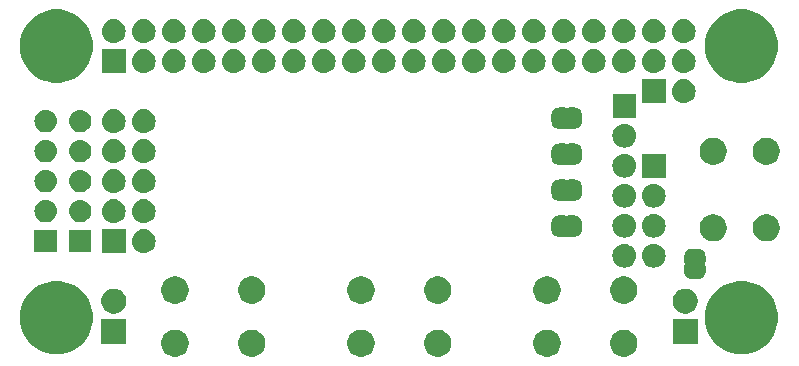
<source format=gbs>
G04 #@! TF.GenerationSoftware,KiCad,Pcbnew,(5.1.4)-1*
G04 #@! TF.CreationDate,2019-11-20T21:09:20+00:00*
G04 #@! TF.ProjectId,rgb-to-hdmi,7267622d-746f-42d6-9864-6d692e6b6963,rev?*
G04 #@! TF.SameCoordinates,Original*
G04 #@! TF.FileFunction,Soldermask,Bot*
G04 #@! TF.FilePolarity,Negative*
%FSLAX46Y46*%
G04 Gerber Fmt 4.6, Leading zero omitted, Abs format (unit mm)*
G04 Created by KiCad (PCBNEW (5.1.4)-1) date 2019-11-20 21:09:20*
%MOMM*%
%LPD*%
G04 APERTURE LIST*
%ADD10C,0.100000*%
G04 APERTURE END LIST*
D10*
G36*
X26391443Y-52041154D02*
G01*
X26600728Y-52127842D01*
X26789081Y-52253696D01*
X26949264Y-52413879D01*
X27075118Y-52602232D01*
X27161806Y-52811517D01*
X27206000Y-53033695D01*
X27206000Y-53260225D01*
X27161806Y-53482403D01*
X27075118Y-53691688D01*
X26949264Y-53880041D01*
X26789081Y-54040224D01*
X26600728Y-54166078D01*
X26391443Y-54252766D01*
X26169265Y-54296960D01*
X25942735Y-54296960D01*
X25720557Y-54252766D01*
X25511272Y-54166078D01*
X25322919Y-54040224D01*
X25162736Y-53880041D01*
X25036882Y-53691688D01*
X24950194Y-53482403D01*
X24906000Y-53260225D01*
X24906000Y-53033695D01*
X24950194Y-52811517D01*
X25036882Y-52602232D01*
X25162736Y-52413879D01*
X25322919Y-52253696D01*
X25511272Y-52127842D01*
X25720557Y-52041154D01*
X25942735Y-51996960D01*
X26169265Y-51996960D01*
X26391443Y-52041154D01*
X26391443Y-52041154D01*
G37*
G36*
X57887443Y-52041154D02*
G01*
X58096728Y-52127842D01*
X58285081Y-52253696D01*
X58445264Y-52413879D01*
X58571118Y-52602232D01*
X58657806Y-52811517D01*
X58702000Y-53033695D01*
X58702000Y-53260225D01*
X58657806Y-53482403D01*
X58571118Y-53691688D01*
X58445264Y-53880041D01*
X58285081Y-54040224D01*
X58096728Y-54166078D01*
X57887443Y-54252766D01*
X57665265Y-54296960D01*
X57438735Y-54296960D01*
X57216557Y-54252766D01*
X57007272Y-54166078D01*
X56818919Y-54040224D01*
X56658736Y-53880041D01*
X56532882Y-53691688D01*
X56446194Y-53482403D01*
X56402000Y-53260225D01*
X56402000Y-53033695D01*
X56446194Y-52811517D01*
X56532882Y-52602232D01*
X56658736Y-52413879D01*
X56818919Y-52253696D01*
X57007272Y-52127842D01*
X57216557Y-52041154D01*
X57438735Y-51996960D01*
X57665265Y-51996960D01*
X57887443Y-52041154D01*
X57887443Y-52041154D01*
G37*
G36*
X64387443Y-52041154D02*
G01*
X64596728Y-52127842D01*
X64785081Y-52253696D01*
X64945264Y-52413879D01*
X65071118Y-52602232D01*
X65157806Y-52811517D01*
X65202000Y-53033695D01*
X65202000Y-53260225D01*
X65157806Y-53482403D01*
X65071118Y-53691688D01*
X64945264Y-53880041D01*
X64785081Y-54040224D01*
X64596728Y-54166078D01*
X64387443Y-54252766D01*
X64165265Y-54296960D01*
X63938735Y-54296960D01*
X63716557Y-54252766D01*
X63507272Y-54166078D01*
X63318919Y-54040224D01*
X63158736Y-53880041D01*
X63032882Y-53691688D01*
X62946194Y-53482403D01*
X62902000Y-53260225D01*
X62902000Y-53033695D01*
X62946194Y-52811517D01*
X63032882Y-52602232D01*
X63158736Y-52413879D01*
X63318919Y-52253696D01*
X63507272Y-52127842D01*
X63716557Y-52041154D01*
X63938735Y-51996960D01*
X64165265Y-51996960D01*
X64387443Y-52041154D01*
X64387443Y-52041154D01*
G37*
G36*
X42139443Y-52041154D02*
G01*
X42348728Y-52127842D01*
X42537081Y-52253696D01*
X42697264Y-52413879D01*
X42823118Y-52602232D01*
X42909806Y-52811517D01*
X42954000Y-53033695D01*
X42954000Y-53260225D01*
X42909806Y-53482403D01*
X42823118Y-53691688D01*
X42697264Y-53880041D01*
X42537081Y-54040224D01*
X42348728Y-54166078D01*
X42139443Y-54252766D01*
X41917265Y-54296960D01*
X41690735Y-54296960D01*
X41468557Y-54252766D01*
X41259272Y-54166078D01*
X41070919Y-54040224D01*
X40910736Y-53880041D01*
X40784882Y-53691688D01*
X40698194Y-53482403D01*
X40654000Y-53260225D01*
X40654000Y-53033695D01*
X40698194Y-52811517D01*
X40784882Y-52602232D01*
X40910736Y-52413879D01*
X41070919Y-52253696D01*
X41259272Y-52127842D01*
X41468557Y-52041154D01*
X41690735Y-51996960D01*
X41917265Y-51996960D01*
X42139443Y-52041154D01*
X42139443Y-52041154D01*
G37*
G36*
X32891443Y-52041154D02*
G01*
X33100728Y-52127842D01*
X33289081Y-52253696D01*
X33449264Y-52413879D01*
X33575118Y-52602232D01*
X33661806Y-52811517D01*
X33706000Y-53033695D01*
X33706000Y-53260225D01*
X33661806Y-53482403D01*
X33575118Y-53691688D01*
X33449264Y-53880041D01*
X33289081Y-54040224D01*
X33100728Y-54166078D01*
X32891443Y-54252766D01*
X32669265Y-54296960D01*
X32442735Y-54296960D01*
X32220557Y-54252766D01*
X32011272Y-54166078D01*
X31822919Y-54040224D01*
X31662736Y-53880041D01*
X31536882Y-53691688D01*
X31450194Y-53482403D01*
X31406000Y-53260225D01*
X31406000Y-53033695D01*
X31450194Y-52811517D01*
X31536882Y-52602232D01*
X31662736Y-52413879D01*
X31822919Y-52253696D01*
X32011272Y-52127842D01*
X32220557Y-52041154D01*
X32442735Y-51996960D01*
X32669265Y-51996960D01*
X32891443Y-52041154D01*
X32891443Y-52041154D01*
G37*
G36*
X48639443Y-52041154D02*
G01*
X48848728Y-52127842D01*
X49037081Y-52253696D01*
X49197264Y-52413879D01*
X49323118Y-52602232D01*
X49409806Y-52811517D01*
X49454000Y-53033695D01*
X49454000Y-53260225D01*
X49409806Y-53482403D01*
X49323118Y-53691688D01*
X49197264Y-53880041D01*
X49037081Y-54040224D01*
X48848728Y-54166078D01*
X48639443Y-54252766D01*
X48417265Y-54296960D01*
X48190735Y-54296960D01*
X47968557Y-54252766D01*
X47759272Y-54166078D01*
X47570919Y-54040224D01*
X47410736Y-53880041D01*
X47284882Y-53691688D01*
X47198194Y-53482403D01*
X47154000Y-53260225D01*
X47154000Y-53033695D01*
X47198194Y-52811517D01*
X47284882Y-52602232D01*
X47410736Y-52413879D01*
X47570919Y-52253696D01*
X47759272Y-52127842D01*
X47968557Y-52041154D01*
X48190735Y-51996960D01*
X48417265Y-51996960D01*
X48639443Y-52041154D01*
X48639443Y-52041154D01*
G37*
G36*
X16904237Y-48019131D02*
G01*
X17468401Y-48252815D01*
X17976135Y-48592072D01*
X18407928Y-49023865D01*
X18747185Y-49531599D01*
X18980869Y-50095763D01*
X19100000Y-50694677D01*
X19100000Y-51305323D01*
X18980869Y-51904237D01*
X18747185Y-52468401D01*
X18407928Y-52976135D01*
X17976135Y-53407928D01*
X17468401Y-53747185D01*
X16904237Y-53980869D01*
X16305324Y-54100000D01*
X15694676Y-54100000D01*
X15095763Y-53980869D01*
X14531599Y-53747185D01*
X14023865Y-53407928D01*
X13592072Y-52976135D01*
X13252815Y-52468401D01*
X13019131Y-51904237D01*
X12900000Y-51305323D01*
X12900000Y-50694677D01*
X13019131Y-50095763D01*
X13252815Y-49531599D01*
X13592072Y-49023865D01*
X14023865Y-48592072D01*
X14531599Y-48252815D01*
X15095763Y-48019131D01*
X15694676Y-47900000D01*
X16305324Y-47900000D01*
X16904237Y-48019131D01*
X16904237Y-48019131D01*
G37*
G36*
X74904237Y-48019131D02*
G01*
X75468401Y-48252815D01*
X75976135Y-48592072D01*
X76407928Y-49023865D01*
X76747185Y-49531599D01*
X76980869Y-50095763D01*
X77100000Y-50694677D01*
X77100000Y-51305323D01*
X76980869Y-51904237D01*
X76747185Y-52468401D01*
X76407928Y-52976135D01*
X75976135Y-53407928D01*
X75468401Y-53747185D01*
X74904237Y-53980869D01*
X74305324Y-54100000D01*
X73694676Y-54100000D01*
X73095763Y-53980869D01*
X72531599Y-53747185D01*
X72023865Y-53407928D01*
X71592072Y-52976135D01*
X71252815Y-52468401D01*
X71019131Y-51904237D01*
X70900000Y-51305323D01*
X70900000Y-50694677D01*
X71019131Y-50095763D01*
X71252815Y-49531599D01*
X71592072Y-49023865D01*
X72023865Y-48592072D01*
X72531599Y-48252815D01*
X73095763Y-48019131D01*
X73694676Y-47900000D01*
X74305324Y-47900000D01*
X74904237Y-48019131D01*
X74904237Y-48019131D01*
G37*
G36*
X21922000Y-53180960D02*
G01*
X19822000Y-53180960D01*
X19822000Y-51080960D01*
X21922000Y-51080960D01*
X21922000Y-53180960D01*
X21922000Y-53180960D01*
G37*
G36*
X70309000Y-53180960D02*
G01*
X68209000Y-53180960D01*
X68209000Y-51080960D01*
X70309000Y-51080960D01*
X70309000Y-53180960D01*
X70309000Y-53180960D01*
G37*
G36*
X69565274Y-48581310D02*
G01*
X69756362Y-48660462D01*
X69928336Y-48775371D01*
X70074589Y-48921624D01*
X70189498Y-49093598D01*
X70268650Y-49284686D01*
X70309000Y-49487544D01*
X70309000Y-49694376D01*
X70268650Y-49897234D01*
X70189498Y-50088322D01*
X70074589Y-50260296D01*
X69928336Y-50406549D01*
X69756362Y-50521458D01*
X69565274Y-50600610D01*
X69362416Y-50640960D01*
X69155584Y-50640960D01*
X68952726Y-50600610D01*
X68761638Y-50521458D01*
X68589664Y-50406549D01*
X68443411Y-50260296D01*
X68328502Y-50088322D01*
X68249350Y-49897234D01*
X68209000Y-49694376D01*
X68209000Y-49487544D01*
X68249350Y-49284686D01*
X68328502Y-49093598D01*
X68443411Y-48921624D01*
X68589664Y-48775371D01*
X68761638Y-48660462D01*
X68952726Y-48581310D01*
X69155584Y-48540960D01*
X69362416Y-48540960D01*
X69565274Y-48581310D01*
X69565274Y-48581310D01*
G37*
G36*
X21178274Y-48581310D02*
G01*
X21369362Y-48660462D01*
X21541336Y-48775371D01*
X21687589Y-48921624D01*
X21802498Y-49093598D01*
X21881650Y-49284686D01*
X21922000Y-49487544D01*
X21922000Y-49694376D01*
X21881650Y-49897234D01*
X21802498Y-50088322D01*
X21687589Y-50260296D01*
X21541336Y-50406549D01*
X21369362Y-50521458D01*
X21178274Y-50600610D01*
X20975416Y-50640960D01*
X20768584Y-50640960D01*
X20565726Y-50600610D01*
X20374638Y-50521458D01*
X20202664Y-50406549D01*
X20056411Y-50260296D01*
X19941502Y-50088322D01*
X19862350Y-49897234D01*
X19822000Y-49694376D01*
X19822000Y-49487544D01*
X19862350Y-49284686D01*
X19941502Y-49093598D01*
X20056411Y-48921624D01*
X20202664Y-48775371D01*
X20374638Y-48660462D01*
X20565726Y-48581310D01*
X20768584Y-48540960D01*
X20975416Y-48540960D01*
X21178274Y-48581310D01*
X21178274Y-48581310D01*
G37*
G36*
X64387443Y-47541154D02*
G01*
X64596728Y-47627842D01*
X64785081Y-47753696D01*
X64945264Y-47913879D01*
X65071118Y-48102232D01*
X65157806Y-48311517D01*
X65202000Y-48533695D01*
X65202000Y-48760225D01*
X65157806Y-48982403D01*
X65071118Y-49191688D01*
X64945264Y-49380041D01*
X64785081Y-49540224D01*
X64596728Y-49666078D01*
X64387443Y-49752766D01*
X64165265Y-49796960D01*
X63938735Y-49796960D01*
X63716557Y-49752766D01*
X63507272Y-49666078D01*
X63318919Y-49540224D01*
X63158736Y-49380041D01*
X63032882Y-49191688D01*
X62946194Y-48982403D01*
X62902000Y-48760225D01*
X62902000Y-48533695D01*
X62946194Y-48311517D01*
X63032882Y-48102232D01*
X63158736Y-47913879D01*
X63318919Y-47753696D01*
X63507272Y-47627842D01*
X63716557Y-47541154D01*
X63938735Y-47496960D01*
X64165265Y-47496960D01*
X64387443Y-47541154D01*
X64387443Y-47541154D01*
G37*
G36*
X42139443Y-47541154D02*
G01*
X42348728Y-47627842D01*
X42537081Y-47753696D01*
X42697264Y-47913879D01*
X42823118Y-48102232D01*
X42909806Y-48311517D01*
X42954000Y-48533695D01*
X42954000Y-48760225D01*
X42909806Y-48982403D01*
X42823118Y-49191688D01*
X42697264Y-49380041D01*
X42537081Y-49540224D01*
X42348728Y-49666078D01*
X42139443Y-49752766D01*
X41917265Y-49796960D01*
X41690735Y-49796960D01*
X41468557Y-49752766D01*
X41259272Y-49666078D01*
X41070919Y-49540224D01*
X40910736Y-49380041D01*
X40784882Y-49191688D01*
X40698194Y-48982403D01*
X40654000Y-48760225D01*
X40654000Y-48533695D01*
X40698194Y-48311517D01*
X40784882Y-48102232D01*
X40910736Y-47913879D01*
X41070919Y-47753696D01*
X41259272Y-47627842D01*
X41468557Y-47541154D01*
X41690735Y-47496960D01*
X41917265Y-47496960D01*
X42139443Y-47541154D01*
X42139443Y-47541154D01*
G37*
G36*
X48639443Y-47541154D02*
G01*
X48848728Y-47627842D01*
X49037081Y-47753696D01*
X49197264Y-47913879D01*
X49323118Y-48102232D01*
X49409806Y-48311517D01*
X49454000Y-48533695D01*
X49454000Y-48760225D01*
X49409806Y-48982403D01*
X49323118Y-49191688D01*
X49197264Y-49380041D01*
X49037081Y-49540224D01*
X48848728Y-49666078D01*
X48639443Y-49752766D01*
X48417265Y-49796960D01*
X48190735Y-49796960D01*
X47968557Y-49752766D01*
X47759272Y-49666078D01*
X47570919Y-49540224D01*
X47410736Y-49380041D01*
X47284882Y-49191688D01*
X47198194Y-48982403D01*
X47154000Y-48760225D01*
X47154000Y-48533695D01*
X47198194Y-48311517D01*
X47284882Y-48102232D01*
X47410736Y-47913879D01*
X47570919Y-47753696D01*
X47759272Y-47627842D01*
X47968557Y-47541154D01*
X48190735Y-47496960D01*
X48417265Y-47496960D01*
X48639443Y-47541154D01*
X48639443Y-47541154D01*
G37*
G36*
X32891443Y-47541154D02*
G01*
X33100728Y-47627842D01*
X33289081Y-47753696D01*
X33449264Y-47913879D01*
X33575118Y-48102232D01*
X33661806Y-48311517D01*
X33706000Y-48533695D01*
X33706000Y-48760225D01*
X33661806Y-48982403D01*
X33575118Y-49191688D01*
X33449264Y-49380041D01*
X33289081Y-49540224D01*
X33100728Y-49666078D01*
X32891443Y-49752766D01*
X32669265Y-49796960D01*
X32442735Y-49796960D01*
X32220557Y-49752766D01*
X32011272Y-49666078D01*
X31822919Y-49540224D01*
X31662736Y-49380041D01*
X31536882Y-49191688D01*
X31450194Y-48982403D01*
X31406000Y-48760225D01*
X31406000Y-48533695D01*
X31450194Y-48311517D01*
X31536882Y-48102232D01*
X31662736Y-47913879D01*
X31822919Y-47753696D01*
X32011272Y-47627842D01*
X32220557Y-47541154D01*
X32442735Y-47496960D01*
X32669265Y-47496960D01*
X32891443Y-47541154D01*
X32891443Y-47541154D01*
G37*
G36*
X57887443Y-47541154D02*
G01*
X58096728Y-47627842D01*
X58285081Y-47753696D01*
X58445264Y-47913879D01*
X58571118Y-48102232D01*
X58657806Y-48311517D01*
X58702000Y-48533695D01*
X58702000Y-48760225D01*
X58657806Y-48982403D01*
X58571118Y-49191688D01*
X58445264Y-49380041D01*
X58285081Y-49540224D01*
X58096728Y-49666078D01*
X57887443Y-49752766D01*
X57665265Y-49796960D01*
X57438735Y-49796960D01*
X57216557Y-49752766D01*
X57007272Y-49666078D01*
X56818919Y-49540224D01*
X56658736Y-49380041D01*
X56532882Y-49191688D01*
X56446194Y-48982403D01*
X56402000Y-48760225D01*
X56402000Y-48533695D01*
X56446194Y-48311517D01*
X56532882Y-48102232D01*
X56658736Y-47913879D01*
X56818919Y-47753696D01*
X57007272Y-47627842D01*
X57216557Y-47541154D01*
X57438735Y-47496960D01*
X57665265Y-47496960D01*
X57887443Y-47541154D01*
X57887443Y-47541154D01*
G37*
G36*
X26391443Y-47541154D02*
G01*
X26600728Y-47627842D01*
X26789081Y-47753696D01*
X26949264Y-47913879D01*
X27075118Y-48102232D01*
X27161806Y-48311517D01*
X27206000Y-48533695D01*
X27206000Y-48760225D01*
X27161806Y-48982403D01*
X27075118Y-49191688D01*
X26949264Y-49380041D01*
X26789081Y-49540224D01*
X26600728Y-49666078D01*
X26391443Y-49752766D01*
X26169265Y-49796960D01*
X25942735Y-49796960D01*
X25720557Y-49752766D01*
X25511272Y-49666078D01*
X25322919Y-49540224D01*
X25162736Y-49380041D01*
X25036882Y-49191688D01*
X24950194Y-48982403D01*
X24906000Y-48760225D01*
X24906000Y-48533695D01*
X24950194Y-48311517D01*
X25036882Y-48102232D01*
X25162736Y-47913879D01*
X25322919Y-47753696D01*
X25511272Y-47627842D01*
X25720557Y-47541154D01*
X25942735Y-47496960D01*
X26169265Y-47496960D01*
X26391443Y-47541154D01*
X26391443Y-47541154D01*
G37*
G36*
X70321791Y-45140634D02*
G01*
X70321800Y-45140634D01*
X70326663Y-45141113D01*
X70346248Y-45142075D01*
X70360982Y-45142075D01*
X70370800Y-45143042D01*
X70370809Y-45143042D01*
X70400214Y-45145938D01*
X70400225Y-45145940D01*
X70410041Y-45146907D01*
X70486896Y-45162195D01*
X70496331Y-45165057D01*
X70496347Y-45165060D01*
X70524622Y-45173637D01*
X70524630Y-45173640D01*
X70534078Y-45176506D01*
X70606468Y-45206491D01*
X70615174Y-45211144D01*
X70615178Y-45211146D01*
X70634526Y-45221488D01*
X70649940Y-45229727D01*
X70715101Y-45273267D01*
X70722724Y-45279523D01*
X70722736Y-45279531D01*
X70745576Y-45298276D01*
X70745580Y-45298280D01*
X70753208Y-45304540D01*
X70808620Y-45359952D01*
X70814880Y-45367580D01*
X70814884Y-45367584D01*
X70833629Y-45390424D01*
X70833637Y-45390436D01*
X70839893Y-45398059D01*
X70883433Y-45463220D01*
X70888084Y-45471921D01*
X70888085Y-45471923D01*
X70902014Y-45497982D01*
X70902016Y-45497986D01*
X70906669Y-45506692D01*
X70936654Y-45579082D01*
X70939520Y-45588530D01*
X70939523Y-45588538D01*
X70948100Y-45616813D01*
X70948103Y-45616829D01*
X70950965Y-45626264D01*
X70966253Y-45703119D01*
X70967220Y-45712935D01*
X70967222Y-45712946D01*
X70970118Y-45742351D01*
X70970118Y-45742360D01*
X70971085Y-45752178D01*
X70971085Y-45766912D01*
X70972047Y-45786497D01*
X70972526Y-45791360D01*
X70972526Y-45791369D01*
X70973493Y-45801187D01*
X70973493Y-46281533D01*
X70972526Y-46291352D01*
X70972526Y-46291360D01*
X70969630Y-46320765D01*
X70969629Y-46320767D01*
X70960407Y-46351168D01*
X70947095Y-46383307D01*
X70939447Y-46421761D01*
X70939447Y-46460968D01*
X70947097Y-46499421D01*
X70960407Y-46531553D01*
X70961051Y-46533677D01*
X70961053Y-46533680D01*
X70969630Y-46561955D01*
X70972526Y-46591360D01*
X70972526Y-46591368D01*
X70973493Y-46601187D01*
X70973493Y-47081533D01*
X70972526Y-47091351D01*
X70972526Y-47091360D01*
X70972047Y-47096223D01*
X70971085Y-47115808D01*
X70971085Y-47130542D01*
X70970118Y-47140360D01*
X70970118Y-47140369D01*
X70967222Y-47169774D01*
X70967220Y-47169785D01*
X70966253Y-47179601D01*
X70950965Y-47256456D01*
X70948103Y-47265891D01*
X70948100Y-47265907D01*
X70939523Y-47294182D01*
X70939520Y-47294190D01*
X70936654Y-47303638D01*
X70906669Y-47376028D01*
X70902016Y-47384734D01*
X70902014Y-47384738D01*
X70888085Y-47410797D01*
X70883433Y-47419500D01*
X70839893Y-47484661D01*
X70833637Y-47492284D01*
X70833629Y-47492296D01*
X70814884Y-47515136D01*
X70814880Y-47515140D01*
X70808620Y-47522768D01*
X70753208Y-47578180D01*
X70745580Y-47584440D01*
X70745576Y-47584444D01*
X70722736Y-47603189D01*
X70722724Y-47603197D01*
X70715101Y-47609453D01*
X70649940Y-47652993D01*
X70641239Y-47657644D01*
X70641237Y-47657645D01*
X70615178Y-47671574D01*
X70615174Y-47671576D01*
X70606468Y-47676229D01*
X70534078Y-47706214D01*
X70524630Y-47709080D01*
X70524622Y-47709083D01*
X70496347Y-47717660D01*
X70496331Y-47717663D01*
X70486896Y-47720525D01*
X70410041Y-47735813D01*
X70400225Y-47736780D01*
X70400214Y-47736782D01*
X70370809Y-47739678D01*
X70370800Y-47739678D01*
X70360982Y-47740645D01*
X70346248Y-47740645D01*
X70326663Y-47741607D01*
X70321800Y-47742086D01*
X70321791Y-47742086D01*
X70311973Y-47743053D01*
X69831627Y-47743053D01*
X69821809Y-47742086D01*
X69821800Y-47742086D01*
X69816937Y-47741607D01*
X69797352Y-47740645D01*
X69782618Y-47740645D01*
X69772800Y-47739678D01*
X69772791Y-47739678D01*
X69743386Y-47736782D01*
X69743375Y-47736780D01*
X69733559Y-47735813D01*
X69656704Y-47720525D01*
X69647269Y-47717663D01*
X69647253Y-47717660D01*
X69618978Y-47709083D01*
X69618970Y-47709080D01*
X69609522Y-47706214D01*
X69537132Y-47676229D01*
X69528426Y-47671576D01*
X69528422Y-47671574D01*
X69502363Y-47657645D01*
X69502361Y-47657644D01*
X69493660Y-47652993D01*
X69428499Y-47609453D01*
X69420876Y-47603197D01*
X69420864Y-47603189D01*
X69398024Y-47584444D01*
X69398020Y-47584440D01*
X69390392Y-47578180D01*
X69334980Y-47522768D01*
X69328720Y-47515140D01*
X69328716Y-47515136D01*
X69309971Y-47492296D01*
X69309963Y-47492284D01*
X69303707Y-47484661D01*
X69260167Y-47419500D01*
X69255515Y-47410797D01*
X69241586Y-47384738D01*
X69241584Y-47384734D01*
X69236931Y-47376028D01*
X69206946Y-47303638D01*
X69204080Y-47294190D01*
X69204077Y-47294182D01*
X69195500Y-47265907D01*
X69195497Y-47265891D01*
X69192635Y-47256456D01*
X69177347Y-47179601D01*
X69176380Y-47169785D01*
X69176378Y-47169774D01*
X69173482Y-47140369D01*
X69173482Y-47140360D01*
X69172515Y-47130542D01*
X69172515Y-47115808D01*
X69171553Y-47096223D01*
X69171074Y-47091360D01*
X69171074Y-47091351D01*
X69170107Y-47081533D01*
X69170107Y-46601187D01*
X69171074Y-46591368D01*
X69171074Y-46591360D01*
X69173970Y-46561955D01*
X69182547Y-46533680D01*
X69182548Y-46533678D01*
X69183193Y-46531552D01*
X69196505Y-46499413D01*
X69204153Y-46460959D01*
X69204153Y-46421752D01*
X69196503Y-46383299D01*
X69183193Y-46351167D01*
X69182549Y-46349043D01*
X69182547Y-46349040D01*
X69173970Y-46320765D01*
X69171074Y-46291360D01*
X69171074Y-46291352D01*
X69170107Y-46281533D01*
X69170107Y-45801187D01*
X69171074Y-45791369D01*
X69171074Y-45791360D01*
X69171553Y-45786497D01*
X69172515Y-45766912D01*
X69172515Y-45752178D01*
X69173482Y-45742360D01*
X69173482Y-45742351D01*
X69176378Y-45712946D01*
X69176380Y-45712935D01*
X69177347Y-45703119D01*
X69192635Y-45626264D01*
X69195497Y-45616829D01*
X69195500Y-45616813D01*
X69204077Y-45588538D01*
X69204080Y-45588530D01*
X69206946Y-45579082D01*
X69236931Y-45506692D01*
X69241584Y-45497986D01*
X69241586Y-45497982D01*
X69255515Y-45471923D01*
X69255516Y-45471921D01*
X69260167Y-45463220D01*
X69303707Y-45398059D01*
X69309963Y-45390436D01*
X69309971Y-45390424D01*
X69328716Y-45367584D01*
X69328720Y-45367580D01*
X69334980Y-45359952D01*
X69390392Y-45304540D01*
X69398020Y-45298280D01*
X69398024Y-45298276D01*
X69420864Y-45279531D01*
X69420876Y-45279523D01*
X69428499Y-45273267D01*
X69493660Y-45229727D01*
X69509074Y-45221488D01*
X69528422Y-45211146D01*
X69528426Y-45211144D01*
X69537132Y-45206491D01*
X69609522Y-45176506D01*
X69618970Y-45173640D01*
X69618978Y-45173637D01*
X69647253Y-45165060D01*
X69647269Y-45165057D01*
X69656704Y-45162195D01*
X69733559Y-45146907D01*
X69743375Y-45145940D01*
X69743386Y-45145938D01*
X69772791Y-45143042D01*
X69772800Y-45143042D01*
X69782618Y-45142075D01*
X69797352Y-45142075D01*
X69816937Y-45141113D01*
X69821800Y-45140634D01*
X69821809Y-45140634D01*
X69831627Y-45139667D01*
X70311973Y-45139667D01*
X70321791Y-45140634D01*
X70321791Y-45140634D01*
G37*
G36*
X66788036Y-44770029D02*
G01*
X66976533Y-44827209D01*
X67138265Y-44913658D01*
X67150258Y-44920068D01*
X67302528Y-45045032D01*
X67427492Y-45197302D01*
X67427493Y-45197304D01*
X67520351Y-45371027D01*
X67577531Y-45559524D01*
X67596838Y-45755560D01*
X67577531Y-45951596D01*
X67520351Y-46140093D01*
X67444749Y-46281533D01*
X67427492Y-46313818D01*
X67302528Y-46466088D01*
X67150258Y-46591052D01*
X67150256Y-46591053D01*
X66976533Y-46683911D01*
X66788036Y-46741091D01*
X66641125Y-46755560D01*
X66542875Y-46755560D01*
X66395964Y-46741091D01*
X66207467Y-46683911D01*
X66033744Y-46591053D01*
X66033742Y-46591052D01*
X65881472Y-46466088D01*
X65756508Y-46313818D01*
X65739251Y-46281533D01*
X65663649Y-46140093D01*
X65606469Y-45951596D01*
X65587162Y-45755560D01*
X65606469Y-45559524D01*
X65663649Y-45371027D01*
X65756507Y-45197304D01*
X65756508Y-45197302D01*
X65881472Y-45045032D01*
X66033742Y-44920068D01*
X66045735Y-44913658D01*
X66207467Y-44827209D01*
X66395964Y-44770029D01*
X66542875Y-44755560D01*
X66641125Y-44755560D01*
X66788036Y-44770029D01*
X66788036Y-44770029D01*
G37*
G36*
X64296836Y-44768470D02*
G01*
X64485333Y-44825650D01*
X64615998Y-44895493D01*
X64659058Y-44918509D01*
X64811328Y-45043473D01*
X64936292Y-45195743D01*
X64936293Y-45195745D01*
X65029151Y-45369468D01*
X65086331Y-45557965D01*
X65105638Y-45754001D01*
X65086331Y-45950037D01*
X65029151Y-46138534D01*
X64947463Y-46291360D01*
X64936292Y-46312259D01*
X64811328Y-46464529D01*
X64659058Y-46589493D01*
X64659056Y-46589494D01*
X64485333Y-46682352D01*
X64296836Y-46739532D01*
X64149925Y-46754001D01*
X64051675Y-46754001D01*
X63904764Y-46739532D01*
X63716267Y-46682352D01*
X63542544Y-46589494D01*
X63542542Y-46589493D01*
X63390272Y-46464529D01*
X63265308Y-46312259D01*
X63254137Y-46291360D01*
X63172449Y-46138534D01*
X63115269Y-45950037D01*
X63095962Y-45754001D01*
X63115269Y-45557965D01*
X63172449Y-45369468D01*
X63265307Y-45195745D01*
X63265308Y-45195743D01*
X63390272Y-45043473D01*
X63542542Y-44918509D01*
X63585602Y-44895493D01*
X63716267Y-44825650D01*
X63904764Y-44768470D01*
X64051675Y-44754001D01*
X64149925Y-44754001D01*
X64296836Y-44768470D01*
X64296836Y-44768470D01*
G37*
G36*
X21872000Y-45510960D02*
G01*
X19872000Y-45510960D01*
X19872000Y-43510960D01*
X21872000Y-43510960D01*
X21872000Y-45510960D01*
X21872000Y-45510960D01*
G37*
G36*
X23608036Y-43525429D02*
G01*
X23796533Y-43582609D01*
X23933941Y-43656056D01*
X23970258Y-43675468D01*
X24122528Y-43800432D01*
X24247492Y-43952702D01*
X24247493Y-43952704D01*
X24340351Y-44126427D01*
X24397531Y-44314924D01*
X24416838Y-44510960D01*
X24397531Y-44706996D01*
X24340351Y-44895493D01*
X24261253Y-45043473D01*
X24247492Y-45069218D01*
X24122528Y-45221488D01*
X23970258Y-45346452D01*
X23970256Y-45346453D01*
X23796533Y-45439311D01*
X23608036Y-45496491D01*
X23461125Y-45510960D01*
X23362875Y-45510960D01*
X23215964Y-45496491D01*
X23027467Y-45439311D01*
X22853744Y-45346453D01*
X22853742Y-45346452D01*
X22701472Y-45221488D01*
X22576508Y-45069218D01*
X22562747Y-45043473D01*
X22483649Y-44895493D01*
X22426469Y-44706996D01*
X22407162Y-44510960D01*
X22426469Y-44314924D01*
X22483649Y-44126427D01*
X22576507Y-43952704D01*
X22576508Y-43952702D01*
X22701472Y-43800432D01*
X22853742Y-43675468D01*
X22890059Y-43656056D01*
X23027467Y-43582609D01*
X23215964Y-43525429D01*
X23362875Y-43510960D01*
X23461125Y-43510960D01*
X23608036Y-43525429D01*
X23608036Y-43525429D01*
G37*
G36*
X18977200Y-45460960D02*
G01*
X17077200Y-45460960D01*
X17077200Y-43560960D01*
X18977200Y-43560960D01*
X18977200Y-45460960D01*
X18977200Y-45460960D01*
G37*
G36*
X16056200Y-45460960D02*
G01*
X14156200Y-45460960D01*
X14156200Y-43560960D01*
X16056200Y-43560960D01*
X16056200Y-45460960D01*
X16056200Y-45460960D01*
G37*
G36*
X71952443Y-42285154D02*
G01*
X72161728Y-42371842D01*
X72350081Y-42497696D01*
X72510264Y-42657879D01*
X72636118Y-42846232D01*
X72722806Y-43055517D01*
X72767000Y-43277695D01*
X72767000Y-43504225D01*
X72722806Y-43726403D01*
X72636118Y-43935688D01*
X72510264Y-44124041D01*
X72350081Y-44284224D01*
X72161728Y-44410078D01*
X71952443Y-44496766D01*
X71730265Y-44540960D01*
X71503735Y-44540960D01*
X71281557Y-44496766D01*
X71072272Y-44410078D01*
X70883919Y-44284224D01*
X70723736Y-44124041D01*
X70597882Y-43935688D01*
X70511194Y-43726403D01*
X70467000Y-43504225D01*
X70467000Y-43277695D01*
X70511194Y-43055517D01*
X70597882Y-42846232D01*
X70723736Y-42657879D01*
X70883919Y-42497696D01*
X71072272Y-42371842D01*
X71281557Y-42285154D01*
X71503735Y-42240960D01*
X71730265Y-42240960D01*
X71952443Y-42285154D01*
X71952443Y-42285154D01*
G37*
G36*
X76452443Y-42285154D02*
G01*
X76661728Y-42371842D01*
X76850081Y-42497696D01*
X77010264Y-42657879D01*
X77136118Y-42846232D01*
X77222806Y-43055517D01*
X77267000Y-43277695D01*
X77267000Y-43504225D01*
X77222806Y-43726403D01*
X77136118Y-43935688D01*
X77010264Y-44124041D01*
X76850081Y-44284224D01*
X76661728Y-44410078D01*
X76452443Y-44496766D01*
X76230265Y-44540960D01*
X76003735Y-44540960D01*
X75781557Y-44496766D01*
X75572272Y-44410078D01*
X75383919Y-44284224D01*
X75223736Y-44124041D01*
X75097882Y-43935688D01*
X75011194Y-43726403D01*
X74967000Y-43504225D01*
X74967000Y-43277695D01*
X75011194Y-43055517D01*
X75097882Y-42846232D01*
X75223736Y-42657879D01*
X75383919Y-42497696D01*
X75572272Y-42371842D01*
X75781557Y-42285154D01*
X76003735Y-42240960D01*
X76230265Y-42240960D01*
X76452443Y-42285154D01*
X76452443Y-42285154D01*
G37*
G36*
X66788036Y-42230029D02*
G01*
X66976533Y-42287209D01*
X67116072Y-42361795D01*
X67150258Y-42380068D01*
X67302528Y-42505032D01*
X67427492Y-42657302D01*
X67427493Y-42657304D01*
X67520351Y-42831027D01*
X67577531Y-43019524D01*
X67596838Y-43215560D01*
X67577531Y-43411596D01*
X67520351Y-43600093D01*
X67465218Y-43703238D01*
X67427492Y-43773818D01*
X67302528Y-43926088D01*
X67150258Y-44051052D01*
X67150256Y-44051053D01*
X66976533Y-44143911D01*
X66788036Y-44201091D01*
X66641125Y-44215560D01*
X66542875Y-44215560D01*
X66395964Y-44201091D01*
X66207467Y-44143911D01*
X66033744Y-44051053D01*
X66033742Y-44051052D01*
X65881472Y-43926088D01*
X65756508Y-43773818D01*
X65718782Y-43703238D01*
X65663649Y-43600093D01*
X65606469Y-43411596D01*
X65587162Y-43215560D01*
X65606469Y-43019524D01*
X65663649Y-42831027D01*
X65756507Y-42657304D01*
X65756508Y-42657302D01*
X65881472Y-42505032D01*
X66033742Y-42380068D01*
X66067928Y-42361795D01*
X66207467Y-42287209D01*
X66395964Y-42230029D01*
X66542875Y-42215560D01*
X66641125Y-42215560D01*
X66788036Y-42230029D01*
X66788036Y-42230029D01*
G37*
G36*
X64296836Y-42228470D02*
G01*
X64485333Y-42285650D01*
X64634974Y-42365636D01*
X64659058Y-42378509D01*
X64811328Y-42503473D01*
X64936292Y-42655743D01*
X64936293Y-42655745D01*
X65029151Y-42829468D01*
X65086331Y-43017965D01*
X65105638Y-43214001D01*
X65086331Y-43410037D01*
X65029151Y-43598534D01*
X64988028Y-43675468D01*
X64936292Y-43772259D01*
X64811328Y-43924529D01*
X64659058Y-44049493D01*
X64659056Y-44049494D01*
X64485333Y-44142352D01*
X64296836Y-44199532D01*
X64149925Y-44214001D01*
X64051675Y-44214001D01*
X63904764Y-44199532D01*
X63716267Y-44142352D01*
X63542544Y-44049494D01*
X63542542Y-44049493D01*
X63390272Y-43924529D01*
X63265308Y-43772259D01*
X63213572Y-43675468D01*
X63172449Y-43598534D01*
X63115269Y-43410037D01*
X63095962Y-43214001D01*
X63115269Y-43017965D01*
X63172449Y-42829468D01*
X63265307Y-42655745D01*
X63265308Y-42655743D01*
X63390272Y-42503473D01*
X63542542Y-42378509D01*
X63566626Y-42365636D01*
X63716267Y-42285650D01*
X63904764Y-42228470D01*
X64051675Y-42214001D01*
X64149925Y-42214001D01*
X64296836Y-42228470D01*
X64296836Y-42228470D01*
G37*
G36*
X59060992Y-42340234D02*
G01*
X59061000Y-42340234D01*
X59090405Y-42343130D01*
X59118680Y-42351707D01*
X59118682Y-42351708D01*
X59120808Y-42352353D01*
X59152947Y-42365665D01*
X59191401Y-42373313D01*
X59230608Y-42373313D01*
X59269061Y-42365663D01*
X59301193Y-42352353D01*
X59303317Y-42351709D01*
X59303320Y-42351707D01*
X59331595Y-42343130D01*
X59361000Y-42340234D01*
X59361008Y-42340234D01*
X59370827Y-42339267D01*
X59851173Y-42339267D01*
X59860991Y-42340234D01*
X59861000Y-42340234D01*
X59865863Y-42340713D01*
X59885448Y-42341675D01*
X59900182Y-42341675D01*
X59910000Y-42342642D01*
X59910009Y-42342642D01*
X59939414Y-42345538D01*
X59939425Y-42345540D01*
X59949241Y-42346507D01*
X60026096Y-42361795D01*
X60035531Y-42364657D01*
X60035547Y-42364660D01*
X60063822Y-42373237D01*
X60063830Y-42373240D01*
X60073278Y-42376106D01*
X60145668Y-42406091D01*
X60154374Y-42410744D01*
X60154378Y-42410746D01*
X60180437Y-42424675D01*
X60189140Y-42429327D01*
X60254301Y-42472867D01*
X60261924Y-42479123D01*
X60261936Y-42479131D01*
X60284776Y-42497876D01*
X60284780Y-42497880D01*
X60292408Y-42504140D01*
X60347820Y-42559552D01*
X60354080Y-42567180D01*
X60354084Y-42567184D01*
X60372829Y-42590024D01*
X60372837Y-42590036D01*
X60379093Y-42597659D01*
X60422633Y-42662820D01*
X60427284Y-42671521D01*
X60427285Y-42671523D01*
X60441214Y-42697582D01*
X60441216Y-42697586D01*
X60445869Y-42706292D01*
X60475854Y-42778682D01*
X60478720Y-42788130D01*
X60478723Y-42788138D01*
X60487300Y-42816413D01*
X60487303Y-42816429D01*
X60490165Y-42825864D01*
X60505453Y-42902719D01*
X60506420Y-42912535D01*
X60506422Y-42912546D01*
X60509318Y-42941951D01*
X60509318Y-42941960D01*
X60510285Y-42951778D01*
X60510285Y-42966512D01*
X60511247Y-42986097D01*
X60511726Y-42990960D01*
X60511726Y-42990969D01*
X60512693Y-43000787D01*
X60512693Y-43481133D01*
X60511726Y-43490951D01*
X60511726Y-43490960D01*
X60511247Y-43495823D01*
X60510285Y-43515408D01*
X60510285Y-43530142D01*
X60509318Y-43539960D01*
X60509318Y-43539969D01*
X60506422Y-43569374D01*
X60506420Y-43569385D01*
X60505453Y-43579201D01*
X60490165Y-43656056D01*
X60487303Y-43665491D01*
X60487300Y-43665507D01*
X60478723Y-43693782D01*
X60478720Y-43693790D01*
X60475854Y-43703238D01*
X60445869Y-43775628D01*
X60441216Y-43784334D01*
X60441214Y-43784338D01*
X60432611Y-43800432D01*
X60422633Y-43819100D01*
X60379093Y-43884261D01*
X60372837Y-43891884D01*
X60372829Y-43891896D01*
X60354084Y-43914736D01*
X60354080Y-43914740D01*
X60347820Y-43922368D01*
X60292408Y-43977780D01*
X60284780Y-43984040D01*
X60284776Y-43984044D01*
X60261936Y-44002789D01*
X60261924Y-44002797D01*
X60254301Y-44009053D01*
X60189140Y-44052593D01*
X60180439Y-44057244D01*
X60180437Y-44057245D01*
X60154378Y-44071174D01*
X60154374Y-44071176D01*
X60145668Y-44075829D01*
X60073278Y-44105814D01*
X60063830Y-44108680D01*
X60063822Y-44108683D01*
X60035547Y-44117260D01*
X60035531Y-44117263D01*
X60026096Y-44120125D01*
X59949241Y-44135413D01*
X59939425Y-44136380D01*
X59939414Y-44136382D01*
X59910009Y-44139278D01*
X59910000Y-44139278D01*
X59900182Y-44140245D01*
X59885448Y-44140245D01*
X59865863Y-44141207D01*
X59861000Y-44141686D01*
X59860991Y-44141686D01*
X59851173Y-44142653D01*
X59370827Y-44142653D01*
X59361008Y-44141686D01*
X59361000Y-44141686D01*
X59331595Y-44138790D01*
X59303320Y-44130213D01*
X59303318Y-44130212D01*
X59301192Y-44129567D01*
X59269053Y-44116255D01*
X59230599Y-44108607D01*
X59191392Y-44108607D01*
X59152939Y-44116257D01*
X59120807Y-44129567D01*
X59118683Y-44130211D01*
X59118680Y-44130213D01*
X59090405Y-44138790D01*
X59061000Y-44141686D01*
X59060992Y-44141686D01*
X59051173Y-44142653D01*
X58570827Y-44142653D01*
X58561009Y-44141686D01*
X58561000Y-44141686D01*
X58556137Y-44141207D01*
X58536552Y-44140245D01*
X58521818Y-44140245D01*
X58512000Y-44139278D01*
X58511991Y-44139278D01*
X58482586Y-44136382D01*
X58482575Y-44136380D01*
X58472759Y-44135413D01*
X58395904Y-44120125D01*
X58386469Y-44117263D01*
X58386453Y-44117260D01*
X58358178Y-44108683D01*
X58358170Y-44108680D01*
X58348722Y-44105814D01*
X58276332Y-44075829D01*
X58267626Y-44071176D01*
X58267622Y-44071174D01*
X58241563Y-44057245D01*
X58241561Y-44057244D01*
X58232860Y-44052593D01*
X58167699Y-44009053D01*
X58160076Y-44002797D01*
X58160064Y-44002789D01*
X58137224Y-43984044D01*
X58137220Y-43984040D01*
X58129592Y-43977780D01*
X58074180Y-43922368D01*
X58067920Y-43914740D01*
X58067916Y-43914736D01*
X58049171Y-43891896D01*
X58049163Y-43891884D01*
X58042907Y-43884261D01*
X57999367Y-43819100D01*
X57989389Y-43800432D01*
X57980786Y-43784338D01*
X57980784Y-43784334D01*
X57976131Y-43775628D01*
X57946146Y-43703238D01*
X57943280Y-43693790D01*
X57943277Y-43693782D01*
X57934700Y-43665507D01*
X57934697Y-43665491D01*
X57931835Y-43656056D01*
X57916547Y-43579201D01*
X57915580Y-43569385D01*
X57915578Y-43569374D01*
X57912682Y-43539969D01*
X57912682Y-43539960D01*
X57911715Y-43530142D01*
X57911715Y-43515408D01*
X57910753Y-43495823D01*
X57910274Y-43490960D01*
X57910274Y-43490951D01*
X57909307Y-43481133D01*
X57909307Y-43000787D01*
X57910274Y-42990969D01*
X57910274Y-42990960D01*
X57910753Y-42986097D01*
X57911715Y-42966512D01*
X57911715Y-42951778D01*
X57912682Y-42941960D01*
X57912682Y-42941951D01*
X57915578Y-42912546D01*
X57915580Y-42912535D01*
X57916547Y-42902719D01*
X57931835Y-42825864D01*
X57934697Y-42816429D01*
X57934700Y-42816413D01*
X57943277Y-42788138D01*
X57943280Y-42788130D01*
X57946146Y-42778682D01*
X57976131Y-42706292D01*
X57980784Y-42697586D01*
X57980786Y-42697582D01*
X57994715Y-42671523D01*
X57994716Y-42671521D01*
X57999367Y-42662820D01*
X58042907Y-42597659D01*
X58049163Y-42590036D01*
X58049171Y-42590024D01*
X58067916Y-42567184D01*
X58067920Y-42567180D01*
X58074180Y-42559552D01*
X58129592Y-42504140D01*
X58137220Y-42497880D01*
X58137224Y-42497876D01*
X58160064Y-42479131D01*
X58160076Y-42479123D01*
X58167699Y-42472867D01*
X58232860Y-42429327D01*
X58241563Y-42424675D01*
X58267622Y-42410746D01*
X58267626Y-42410744D01*
X58276332Y-42406091D01*
X58348722Y-42376106D01*
X58358170Y-42373240D01*
X58358178Y-42373237D01*
X58386453Y-42364660D01*
X58386469Y-42364657D01*
X58395904Y-42361795D01*
X58472759Y-42346507D01*
X58482575Y-42345540D01*
X58482586Y-42345538D01*
X58511991Y-42342642D01*
X58512000Y-42342642D01*
X58521818Y-42341675D01*
X58536552Y-42341675D01*
X58556137Y-42340713D01*
X58561000Y-42340234D01*
X58561009Y-42340234D01*
X58570827Y-42339267D01*
X59051173Y-42339267D01*
X59060992Y-42340234D01*
X59060992Y-42340234D01*
G37*
G36*
X21068036Y-40985429D02*
G01*
X21256533Y-41042609D01*
X21353899Y-41094653D01*
X21430258Y-41135468D01*
X21582528Y-41260432D01*
X21707492Y-41412702D01*
X21707493Y-41412704D01*
X21800351Y-41586427D01*
X21857531Y-41774924D01*
X21876838Y-41970960D01*
X21857531Y-42166996D01*
X21800351Y-42355493D01*
X21720420Y-42505032D01*
X21707492Y-42529218D01*
X21582528Y-42681488D01*
X21430258Y-42806452D01*
X21430256Y-42806453D01*
X21256533Y-42899311D01*
X21068036Y-42956491D01*
X20921125Y-42970960D01*
X20822875Y-42970960D01*
X20675964Y-42956491D01*
X20487467Y-42899311D01*
X20313744Y-42806453D01*
X20313742Y-42806452D01*
X20161472Y-42681488D01*
X20036508Y-42529218D01*
X20023580Y-42505032D01*
X19943649Y-42355493D01*
X19886469Y-42166996D01*
X19867162Y-41970960D01*
X19886469Y-41774924D01*
X19943649Y-41586427D01*
X20036507Y-41412704D01*
X20036508Y-41412702D01*
X20161472Y-41260432D01*
X20313742Y-41135468D01*
X20390101Y-41094653D01*
X20487467Y-41042609D01*
X20675964Y-40985429D01*
X20822875Y-40970960D01*
X20921125Y-40970960D01*
X21068036Y-40985429D01*
X21068036Y-40985429D01*
G37*
G36*
X23608036Y-40985429D02*
G01*
X23796533Y-41042609D01*
X23893899Y-41094653D01*
X23970258Y-41135468D01*
X24122528Y-41260432D01*
X24247492Y-41412702D01*
X24247493Y-41412704D01*
X24340351Y-41586427D01*
X24397531Y-41774924D01*
X24416838Y-41970960D01*
X24397531Y-42166996D01*
X24340351Y-42355493D01*
X24260420Y-42505032D01*
X24247492Y-42529218D01*
X24122528Y-42681488D01*
X23970258Y-42806452D01*
X23970256Y-42806453D01*
X23796533Y-42899311D01*
X23608036Y-42956491D01*
X23461125Y-42970960D01*
X23362875Y-42970960D01*
X23215964Y-42956491D01*
X23027467Y-42899311D01*
X22853744Y-42806453D01*
X22853742Y-42806452D01*
X22701472Y-42681488D01*
X22576508Y-42529218D01*
X22563580Y-42505032D01*
X22483649Y-42355493D01*
X22426469Y-42166996D01*
X22407162Y-41970960D01*
X22426469Y-41774924D01*
X22483649Y-41586427D01*
X22576507Y-41412704D01*
X22576508Y-41412702D01*
X22701472Y-41260432D01*
X22853742Y-41135468D01*
X22930101Y-41094653D01*
X23027467Y-41042609D01*
X23215964Y-40985429D01*
X23362875Y-40970960D01*
X23461125Y-40970960D01*
X23608036Y-40985429D01*
X23608036Y-40985429D01*
G37*
G36*
X18213434Y-41034706D02*
G01*
X18392509Y-41089028D01*
X18557542Y-41177240D01*
X18557543Y-41177241D01*
X18557545Y-41177242D01*
X18702201Y-41295959D01*
X18798012Y-41412704D01*
X18820920Y-41440618D01*
X18909132Y-41605651D01*
X18963454Y-41784726D01*
X18981796Y-41970960D01*
X18963454Y-42157194D01*
X18909132Y-42336269D01*
X18826448Y-42490960D01*
X18820918Y-42501305D01*
X18702201Y-42645961D01*
X18557545Y-42764678D01*
X18557543Y-42764679D01*
X18557542Y-42764680D01*
X18392509Y-42852892D01*
X18213434Y-42907214D01*
X18073865Y-42920960D01*
X17980535Y-42920960D01*
X17840966Y-42907214D01*
X17661891Y-42852892D01*
X17496858Y-42764680D01*
X17496857Y-42764679D01*
X17496855Y-42764678D01*
X17352199Y-42645961D01*
X17233482Y-42501305D01*
X17227952Y-42490960D01*
X17145268Y-42336269D01*
X17090946Y-42157194D01*
X17072604Y-41970960D01*
X17090946Y-41784726D01*
X17145268Y-41605651D01*
X17233480Y-41440618D01*
X17256389Y-41412704D01*
X17352199Y-41295959D01*
X17496855Y-41177242D01*
X17496857Y-41177241D01*
X17496858Y-41177240D01*
X17661891Y-41089028D01*
X17840966Y-41034706D01*
X17980535Y-41020960D01*
X18073865Y-41020960D01*
X18213434Y-41034706D01*
X18213434Y-41034706D01*
G37*
G36*
X15292434Y-41034706D02*
G01*
X15471509Y-41089028D01*
X15636542Y-41177240D01*
X15636543Y-41177241D01*
X15636545Y-41177242D01*
X15781201Y-41295959D01*
X15877012Y-41412704D01*
X15899920Y-41440618D01*
X15988132Y-41605651D01*
X16042454Y-41784726D01*
X16060796Y-41970960D01*
X16042454Y-42157194D01*
X15988132Y-42336269D01*
X15905448Y-42490960D01*
X15899918Y-42501305D01*
X15781201Y-42645961D01*
X15636545Y-42764678D01*
X15636543Y-42764679D01*
X15636542Y-42764680D01*
X15471509Y-42852892D01*
X15292434Y-42907214D01*
X15152865Y-42920960D01*
X15059535Y-42920960D01*
X14919966Y-42907214D01*
X14740891Y-42852892D01*
X14575858Y-42764680D01*
X14575857Y-42764679D01*
X14575855Y-42764678D01*
X14431199Y-42645961D01*
X14312482Y-42501305D01*
X14306952Y-42490960D01*
X14224268Y-42336269D01*
X14169946Y-42157194D01*
X14151604Y-41970960D01*
X14169946Y-41784726D01*
X14224268Y-41605651D01*
X14312480Y-41440618D01*
X14335389Y-41412704D01*
X14431199Y-41295959D01*
X14575855Y-41177242D01*
X14575857Y-41177241D01*
X14575858Y-41177240D01*
X14740891Y-41089028D01*
X14919966Y-41034706D01*
X15059535Y-41020960D01*
X15152865Y-41020960D01*
X15292434Y-41034706D01*
X15292434Y-41034706D01*
G37*
G36*
X66788036Y-39690029D02*
G01*
X66976533Y-39747209D01*
X67138265Y-39833658D01*
X67150258Y-39840068D01*
X67302528Y-39965032D01*
X67427492Y-40117302D01*
X67427493Y-40117304D01*
X67520351Y-40291027D01*
X67577531Y-40479524D01*
X67596838Y-40675560D01*
X67577531Y-40871596D01*
X67520351Y-41060093D01*
X67457734Y-41177240D01*
X67427492Y-41233818D01*
X67302528Y-41386088D01*
X67150258Y-41511052D01*
X67150256Y-41511053D01*
X66976533Y-41603911D01*
X66788036Y-41661091D01*
X66641125Y-41675560D01*
X66542875Y-41675560D01*
X66395964Y-41661091D01*
X66207467Y-41603911D01*
X66033744Y-41511053D01*
X66033742Y-41511052D01*
X65881472Y-41386088D01*
X65756508Y-41233818D01*
X65726266Y-41177240D01*
X65663649Y-41060093D01*
X65606469Y-40871596D01*
X65587162Y-40675560D01*
X65606469Y-40479524D01*
X65663649Y-40291027D01*
X65756507Y-40117304D01*
X65756508Y-40117302D01*
X65881472Y-39965032D01*
X66033742Y-39840068D01*
X66045735Y-39833658D01*
X66207467Y-39747209D01*
X66395964Y-39690029D01*
X66542875Y-39675560D01*
X66641125Y-39675560D01*
X66788036Y-39690029D01*
X66788036Y-39690029D01*
G37*
G36*
X64296836Y-39688470D02*
G01*
X64485333Y-39745650D01*
X64580031Y-39796268D01*
X64659058Y-39838509D01*
X64811328Y-39963473D01*
X64936292Y-40115743D01*
X64936293Y-40115745D01*
X65029151Y-40289468D01*
X65086331Y-40477965D01*
X65105638Y-40674001D01*
X65086331Y-40870037D01*
X65029151Y-41058534D01*
X64965699Y-41177242D01*
X64936292Y-41232259D01*
X64811328Y-41384529D01*
X64659058Y-41509493D01*
X64659056Y-41509494D01*
X64485333Y-41602352D01*
X64296836Y-41659532D01*
X64149925Y-41674001D01*
X64051675Y-41674001D01*
X63904764Y-41659532D01*
X63716267Y-41602352D01*
X63542544Y-41509494D01*
X63542542Y-41509493D01*
X63390272Y-41384529D01*
X63265308Y-41232259D01*
X63235901Y-41177242D01*
X63172449Y-41058534D01*
X63115269Y-40870037D01*
X63095962Y-40674001D01*
X63115269Y-40477965D01*
X63172449Y-40289468D01*
X63265307Y-40115745D01*
X63265308Y-40115743D01*
X63390272Y-39963473D01*
X63542542Y-39838509D01*
X63621569Y-39796268D01*
X63716267Y-39745650D01*
X63904764Y-39688470D01*
X64051675Y-39674001D01*
X64149925Y-39674001D01*
X64296836Y-39688470D01*
X64296836Y-39688470D01*
G37*
G36*
X59075992Y-39292234D02*
G01*
X59076000Y-39292234D01*
X59105405Y-39295130D01*
X59133680Y-39303707D01*
X59133682Y-39303708D01*
X59135808Y-39304353D01*
X59167947Y-39317665D01*
X59206401Y-39325313D01*
X59245608Y-39325313D01*
X59284061Y-39317663D01*
X59316193Y-39304353D01*
X59318317Y-39303709D01*
X59318320Y-39303707D01*
X59346595Y-39295130D01*
X59376000Y-39292234D01*
X59376008Y-39292234D01*
X59385827Y-39291267D01*
X59866173Y-39291267D01*
X59875991Y-39292234D01*
X59876000Y-39292234D01*
X59880863Y-39292713D01*
X59900448Y-39293675D01*
X59915182Y-39293675D01*
X59925000Y-39294642D01*
X59925009Y-39294642D01*
X59954414Y-39297538D01*
X59954425Y-39297540D01*
X59964241Y-39298507D01*
X60041096Y-39313795D01*
X60050531Y-39316657D01*
X60050547Y-39316660D01*
X60078822Y-39325237D01*
X60078830Y-39325240D01*
X60088278Y-39328106D01*
X60160668Y-39358091D01*
X60169374Y-39362744D01*
X60169378Y-39362746D01*
X60195437Y-39376675D01*
X60204140Y-39381327D01*
X60269301Y-39424867D01*
X60276924Y-39431123D01*
X60276936Y-39431131D01*
X60299776Y-39449876D01*
X60299780Y-39449880D01*
X60307408Y-39456140D01*
X60362820Y-39511552D01*
X60369080Y-39519180D01*
X60369084Y-39519184D01*
X60387829Y-39542024D01*
X60387837Y-39542036D01*
X60394093Y-39549659D01*
X60437633Y-39614820D01*
X60442284Y-39623521D01*
X60442285Y-39623523D01*
X60456214Y-39649582D01*
X60456216Y-39649586D01*
X60460869Y-39658292D01*
X60490854Y-39730682D01*
X60493720Y-39740130D01*
X60493723Y-39740138D01*
X60502300Y-39768413D01*
X60502303Y-39768429D01*
X60505165Y-39777864D01*
X60520453Y-39854719D01*
X60521420Y-39864535D01*
X60521422Y-39864546D01*
X60524318Y-39893951D01*
X60524318Y-39893960D01*
X60525285Y-39903778D01*
X60525285Y-39918512D01*
X60526247Y-39938097D01*
X60526726Y-39942960D01*
X60526726Y-39942969D01*
X60527693Y-39952787D01*
X60527693Y-40433133D01*
X60526726Y-40442951D01*
X60526726Y-40442960D01*
X60526247Y-40447823D01*
X60525285Y-40467408D01*
X60525285Y-40482142D01*
X60524318Y-40491960D01*
X60524318Y-40491969D01*
X60521422Y-40521374D01*
X60521420Y-40521385D01*
X60520453Y-40531201D01*
X60505165Y-40608056D01*
X60502303Y-40617491D01*
X60502300Y-40617507D01*
X60493723Y-40645782D01*
X60493720Y-40645790D01*
X60490854Y-40655238D01*
X60460869Y-40727628D01*
X60456216Y-40736334D01*
X60456214Y-40736338D01*
X60442285Y-40762397D01*
X60437633Y-40771100D01*
X60394093Y-40836261D01*
X60387837Y-40843884D01*
X60387829Y-40843896D01*
X60369084Y-40866736D01*
X60369080Y-40866740D01*
X60362820Y-40874368D01*
X60307408Y-40929780D01*
X60299780Y-40936040D01*
X60299776Y-40936044D01*
X60276936Y-40954789D01*
X60276924Y-40954797D01*
X60269301Y-40961053D01*
X60204140Y-41004593D01*
X60195439Y-41009244D01*
X60195437Y-41009245D01*
X60169378Y-41023174D01*
X60169374Y-41023176D01*
X60160668Y-41027829D01*
X60088278Y-41057814D01*
X60078830Y-41060680D01*
X60078822Y-41060683D01*
X60050547Y-41069260D01*
X60050531Y-41069263D01*
X60041096Y-41072125D01*
X59964241Y-41087413D01*
X59954425Y-41088380D01*
X59954414Y-41088382D01*
X59925009Y-41091278D01*
X59925000Y-41091278D01*
X59915182Y-41092245D01*
X59900448Y-41092245D01*
X59880863Y-41093207D01*
X59876000Y-41093686D01*
X59875991Y-41093686D01*
X59866173Y-41094653D01*
X59385827Y-41094653D01*
X59376008Y-41093686D01*
X59376000Y-41093686D01*
X59346595Y-41090790D01*
X59318320Y-41082213D01*
X59318318Y-41082212D01*
X59316192Y-41081567D01*
X59284053Y-41068255D01*
X59245599Y-41060607D01*
X59206392Y-41060607D01*
X59167939Y-41068257D01*
X59135807Y-41081567D01*
X59133683Y-41082211D01*
X59133680Y-41082213D01*
X59105405Y-41090790D01*
X59076000Y-41093686D01*
X59075992Y-41093686D01*
X59066173Y-41094653D01*
X58585827Y-41094653D01*
X58576009Y-41093686D01*
X58576000Y-41093686D01*
X58571137Y-41093207D01*
X58551552Y-41092245D01*
X58536818Y-41092245D01*
X58527000Y-41091278D01*
X58526991Y-41091278D01*
X58497586Y-41088382D01*
X58497575Y-41088380D01*
X58487759Y-41087413D01*
X58410904Y-41072125D01*
X58401469Y-41069263D01*
X58401453Y-41069260D01*
X58373178Y-41060683D01*
X58373170Y-41060680D01*
X58363722Y-41057814D01*
X58291332Y-41027829D01*
X58282626Y-41023176D01*
X58282622Y-41023174D01*
X58256563Y-41009245D01*
X58256561Y-41009244D01*
X58247860Y-41004593D01*
X58182699Y-40961053D01*
X58175076Y-40954797D01*
X58175064Y-40954789D01*
X58152224Y-40936044D01*
X58152220Y-40936040D01*
X58144592Y-40929780D01*
X58089180Y-40874368D01*
X58082920Y-40866740D01*
X58082916Y-40866736D01*
X58064171Y-40843896D01*
X58064163Y-40843884D01*
X58057907Y-40836261D01*
X58014367Y-40771100D01*
X58009715Y-40762397D01*
X57995786Y-40736338D01*
X57995784Y-40736334D01*
X57991131Y-40727628D01*
X57961146Y-40655238D01*
X57958280Y-40645790D01*
X57958277Y-40645782D01*
X57949700Y-40617507D01*
X57949697Y-40617491D01*
X57946835Y-40608056D01*
X57931547Y-40531201D01*
X57930580Y-40521385D01*
X57930578Y-40521374D01*
X57927682Y-40491969D01*
X57927682Y-40491960D01*
X57926715Y-40482142D01*
X57926715Y-40467408D01*
X57925753Y-40447823D01*
X57925274Y-40442960D01*
X57925274Y-40442951D01*
X57924307Y-40433133D01*
X57924307Y-39952787D01*
X57925274Y-39942969D01*
X57925274Y-39942960D01*
X57925753Y-39938097D01*
X57926715Y-39918512D01*
X57926715Y-39903778D01*
X57927682Y-39893960D01*
X57927682Y-39893951D01*
X57930578Y-39864546D01*
X57930580Y-39864535D01*
X57931547Y-39854719D01*
X57946835Y-39777864D01*
X57949697Y-39768429D01*
X57949700Y-39768413D01*
X57958277Y-39740138D01*
X57958280Y-39740130D01*
X57961146Y-39730682D01*
X57991131Y-39658292D01*
X57995784Y-39649586D01*
X57995786Y-39649582D01*
X58009715Y-39623523D01*
X58009716Y-39623521D01*
X58014367Y-39614820D01*
X58057907Y-39549659D01*
X58064163Y-39542036D01*
X58064171Y-39542024D01*
X58082916Y-39519184D01*
X58082920Y-39519180D01*
X58089180Y-39511552D01*
X58144592Y-39456140D01*
X58152220Y-39449880D01*
X58152224Y-39449876D01*
X58175064Y-39431131D01*
X58175076Y-39431123D01*
X58182699Y-39424867D01*
X58247860Y-39381327D01*
X58256563Y-39376675D01*
X58282622Y-39362746D01*
X58282626Y-39362744D01*
X58291332Y-39358091D01*
X58363722Y-39328106D01*
X58373170Y-39325240D01*
X58373178Y-39325237D01*
X58401453Y-39316660D01*
X58401469Y-39316657D01*
X58410904Y-39313795D01*
X58487759Y-39298507D01*
X58497575Y-39297540D01*
X58497586Y-39297538D01*
X58526991Y-39294642D01*
X58527000Y-39294642D01*
X58536818Y-39293675D01*
X58551552Y-39293675D01*
X58571137Y-39292713D01*
X58576000Y-39292234D01*
X58576009Y-39292234D01*
X58585827Y-39291267D01*
X59066173Y-39291267D01*
X59075992Y-39292234D01*
X59075992Y-39292234D01*
G37*
G36*
X21068036Y-38445429D02*
G01*
X21256533Y-38502609D01*
X21418265Y-38589058D01*
X21430258Y-38595468D01*
X21582528Y-38720432D01*
X21707492Y-38872702D01*
X21707493Y-38872704D01*
X21800351Y-39046427D01*
X21857531Y-39234924D01*
X21876838Y-39430960D01*
X21857531Y-39626996D01*
X21800351Y-39815493D01*
X21722412Y-39961305D01*
X21707492Y-39989218D01*
X21582528Y-40141488D01*
X21430258Y-40266452D01*
X21430256Y-40266453D01*
X21256533Y-40359311D01*
X21068036Y-40416491D01*
X20921125Y-40430960D01*
X20822875Y-40430960D01*
X20675964Y-40416491D01*
X20487467Y-40359311D01*
X20313744Y-40266453D01*
X20313742Y-40266452D01*
X20161472Y-40141488D01*
X20036508Y-39989218D01*
X20021588Y-39961305D01*
X19943649Y-39815493D01*
X19886469Y-39626996D01*
X19867162Y-39430960D01*
X19886469Y-39234924D01*
X19943649Y-39046427D01*
X20036507Y-38872704D01*
X20036508Y-38872702D01*
X20161472Y-38720432D01*
X20313742Y-38595468D01*
X20325735Y-38589058D01*
X20487467Y-38502609D01*
X20675964Y-38445429D01*
X20822875Y-38430960D01*
X20921125Y-38430960D01*
X21068036Y-38445429D01*
X21068036Y-38445429D01*
G37*
G36*
X23608036Y-38445429D02*
G01*
X23796533Y-38502609D01*
X23958265Y-38589058D01*
X23970258Y-38595468D01*
X24122528Y-38720432D01*
X24247492Y-38872702D01*
X24247493Y-38872704D01*
X24340351Y-39046427D01*
X24397531Y-39234924D01*
X24416838Y-39430960D01*
X24397531Y-39626996D01*
X24340351Y-39815493D01*
X24262412Y-39961305D01*
X24247492Y-39989218D01*
X24122528Y-40141488D01*
X23970258Y-40266452D01*
X23970256Y-40266453D01*
X23796533Y-40359311D01*
X23608036Y-40416491D01*
X23461125Y-40430960D01*
X23362875Y-40430960D01*
X23215964Y-40416491D01*
X23027467Y-40359311D01*
X22853744Y-40266453D01*
X22853742Y-40266452D01*
X22701472Y-40141488D01*
X22576508Y-39989218D01*
X22561588Y-39961305D01*
X22483649Y-39815493D01*
X22426469Y-39626996D01*
X22407162Y-39430960D01*
X22426469Y-39234924D01*
X22483649Y-39046427D01*
X22576507Y-38872704D01*
X22576508Y-38872702D01*
X22701472Y-38720432D01*
X22853742Y-38595468D01*
X22865735Y-38589058D01*
X23027467Y-38502609D01*
X23215964Y-38445429D01*
X23362875Y-38430960D01*
X23461125Y-38430960D01*
X23608036Y-38445429D01*
X23608036Y-38445429D01*
G37*
G36*
X18213434Y-38494706D02*
G01*
X18392509Y-38549028D01*
X18557542Y-38637240D01*
X18557543Y-38637241D01*
X18557545Y-38637242D01*
X18702201Y-38755959D01*
X18798012Y-38872704D01*
X18820920Y-38900618D01*
X18909132Y-39065651D01*
X18963454Y-39244726D01*
X18981796Y-39430960D01*
X18963454Y-39617194D01*
X18909132Y-39796269D01*
X18833313Y-39938116D01*
X18820918Y-39961305D01*
X18702201Y-40105961D01*
X18557545Y-40224678D01*
X18557543Y-40224679D01*
X18557542Y-40224680D01*
X18392509Y-40312892D01*
X18213434Y-40367214D01*
X18073865Y-40380960D01*
X17980535Y-40380960D01*
X17840966Y-40367214D01*
X17661891Y-40312892D01*
X17496858Y-40224680D01*
X17496857Y-40224679D01*
X17496855Y-40224678D01*
X17352199Y-40105961D01*
X17233482Y-39961305D01*
X17221087Y-39938116D01*
X17145268Y-39796269D01*
X17090946Y-39617194D01*
X17072604Y-39430960D01*
X17090946Y-39244726D01*
X17145268Y-39065651D01*
X17233480Y-38900618D01*
X17256389Y-38872704D01*
X17352199Y-38755959D01*
X17496855Y-38637242D01*
X17496857Y-38637241D01*
X17496858Y-38637240D01*
X17661891Y-38549028D01*
X17840966Y-38494706D01*
X17980535Y-38480960D01*
X18073865Y-38480960D01*
X18213434Y-38494706D01*
X18213434Y-38494706D01*
G37*
G36*
X15292434Y-38494706D02*
G01*
X15471509Y-38549028D01*
X15636542Y-38637240D01*
X15636543Y-38637241D01*
X15636545Y-38637242D01*
X15781201Y-38755959D01*
X15877012Y-38872704D01*
X15899920Y-38900618D01*
X15988132Y-39065651D01*
X16042454Y-39244726D01*
X16060796Y-39430960D01*
X16042454Y-39617194D01*
X15988132Y-39796269D01*
X15912313Y-39938116D01*
X15899918Y-39961305D01*
X15781201Y-40105961D01*
X15636545Y-40224678D01*
X15636543Y-40224679D01*
X15636542Y-40224680D01*
X15471509Y-40312892D01*
X15292434Y-40367214D01*
X15152865Y-40380960D01*
X15059535Y-40380960D01*
X14919966Y-40367214D01*
X14740891Y-40312892D01*
X14575858Y-40224680D01*
X14575857Y-40224679D01*
X14575855Y-40224678D01*
X14431199Y-40105961D01*
X14312482Y-39961305D01*
X14300087Y-39938116D01*
X14224268Y-39796269D01*
X14169946Y-39617194D01*
X14151604Y-39430960D01*
X14169946Y-39244726D01*
X14224268Y-39065651D01*
X14312480Y-38900618D01*
X14335389Y-38872704D01*
X14431199Y-38755959D01*
X14575855Y-38637242D01*
X14575857Y-38637241D01*
X14575858Y-38637240D01*
X14740891Y-38549028D01*
X14919966Y-38494706D01*
X15059535Y-38480960D01*
X15152865Y-38480960D01*
X15292434Y-38494706D01*
X15292434Y-38494706D01*
G37*
G36*
X67592000Y-39135560D02*
G01*
X65592000Y-39135560D01*
X65592000Y-37135560D01*
X67592000Y-37135560D01*
X67592000Y-39135560D01*
X67592000Y-39135560D01*
G37*
G36*
X64296836Y-37148470D02*
G01*
X64485333Y-37205650D01*
X64580031Y-37256268D01*
X64659058Y-37298509D01*
X64811328Y-37423473D01*
X64936292Y-37575743D01*
X64936293Y-37575745D01*
X65029151Y-37749468D01*
X65086331Y-37937965D01*
X65105638Y-38134001D01*
X65086331Y-38330037D01*
X65029151Y-38518534D01*
X64965699Y-38637242D01*
X64936292Y-38692259D01*
X64811328Y-38844529D01*
X64659058Y-38969493D01*
X64659056Y-38969494D01*
X64485333Y-39062352D01*
X64296836Y-39119532D01*
X64149925Y-39134001D01*
X64051675Y-39134001D01*
X63904764Y-39119532D01*
X63716267Y-39062352D01*
X63542544Y-38969494D01*
X63542542Y-38969493D01*
X63390272Y-38844529D01*
X63265308Y-38692259D01*
X63235901Y-38637242D01*
X63172449Y-38518534D01*
X63115269Y-38330037D01*
X63095962Y-38134001D01*
X63115269Y-37937965D01*
X63172449Y-37749468D01*
X63265307Y-37575745D01*
X63265308Y-37575743D01*
X63390272Y-37423473D01*
X63542542Y-37298509D01*
X63621569Y-37256268D01*
X63716267Y-37205650D01*
X63904764Y-37148470D01*
X64051675Y-37134001D01*
X64149925Y-37134001D01*
X64296836Y-37148470D01*
X64296836Y-37148470D01*
G37*
G36*
X59075992Y-36244234D02*
G01*
X59076000Y-36244234D01*
X59105405Y-36247130D01*
X59133680Y-36255707D01*
X59133682Y-36255708D01*
X59135808Y-36256353D01*
X59167947Y-36269665D01*
X59206401Y-36277313D01*
X59245608Y-36277313D01*
X59284061Y-36269663D01*
X59316193Y-36256353D01*
X59318317Y-36255709D01*
X59318320Y-36255707D01*
X59346595Y-36247130D01*
X59376000Y-36244234D01*
X59376008Y-36244234D01*
X59385827Y-36243267D01*
X59866173Y-36243267D01*
X59875991Y-36244234D01*
X59876000Y-36244234D01*
X59880863Y-36244713D01*
X59900448Y-36245675D01*
X59915182Y-36245675D01*
X59925000Y-36246642D01*
X59925009Y-36246642D01*
X59954414Y-36249538D01*
X59954425Y-36249540D01*
X59964241Y-36250507D01*
X60041096Y-36265795D01*
X60050531Y-36268657D01*
X60050547Y-36268660D01*
X60078822Y-36277237D01*
X60078830Y-36277240D01*
X60088278Y-36280106D01*
X60160668Y-36310091D01*
X60169374Y-36314744D01*
X60169378Y-36314746D01*
X60195437Y-36328675D01*
X60204140Y-36333327D01*
X60269301Y-36376867D01*
X60276924Y-36383123D01*
X60276936Y-36383131D01*
X60299776Y-36401876D01*
X60299780Y-36401880D01*
X60307408Y-36408140D01*
X60362820Y-36463552D01*
X60369080Y-36471180D01*
X60369084Y-36471184D01*
X60387829Y-36494024D01*
X60387837Y-36494036D01*
X60394093Y-36501659D01*
X60437633Y-36566820D01*
X60442284Y-36575521D01*
X60442285Y-36575523D01*
X60456214Y-36601582D01*
X60456216Y-36601586D01*
X60460869Y-36610292D01*
X60490854Y-36682682D01*
X60493720Y-36692130D01*
X60493723Y-36692138D01*
X60502300Y-36720413D01*
X60502303Y-36720429D01*
X60505165Y-36729864D01*
X60520453Y-36806719D01*
X60521420Y-36816535D01*
X60521422Y-36816546D01*
X60524318Y-36845951D01*
X60524318Y-36845960D01*
X60525285Y-36855778D01*
X60525285Y-36870512D01*
X60526247Y-36890097D01*
X60526726Y-36894960D01*
X60526726Y-36894969D01*
X60527693Y-36904787D01*
X60527693Y-37385133D01*
X60526726Y-37394951D01*
X60526726Y-37394960D01*
X60526247Y-37399823D01*
X60525285Y-37419408D01*
X60525285Y-37434142D01*
X60524318Y-37443960D01*
X60524318Y-37443969D01*
X60521422Y-37473374D01*
X60521420Y-37473385D01*
X60520453Y-37483201D01*
X60505165Y-37560056D01*
X60502303Y-37569491D01*
X60502300Y-37569507D01*
X60493723Y-37597782D01*
X60493720Y-37597790D01*
X60490854Y-37607238D01*
X60460869Y-37679628D01*
X60456216Y-37688334D01*
X60456214Y-37688338D01*
X60442285Y-37714397D01*
X60437633Y-37723100D01*
X60394093Y-37788261D01*
X60387837Y-37795884D01*
X60387829Y-37795896D01*
X60369084Y-37818736D01*
X60369080Y-37818740D01*
X60362820Y-37826368D01*
X60307408Y-37881780D01*
X60299780Y-37888040D01*
X60299776Y-37888044D01*
X60276936Y-37906789D01*
X60276924Y-37906797D01*
X60269301Y-37913053D01*
X60204140Y-37956593D01*
X60195439Y-37961244D01*
X60195437Y-37961245D01*
X60169378Y-37975174D01*
X60169374Y-37975176D01*
X60160668Y-37979829D01*
X60088278Y-38009814D01*
X60078830Y-38012680D01*
X60078822Y-38012683D01*
X60050547Y-38021260D01*
X60050531Y-38021263D01*
X60041096Y-38024125D01*
X59964241Y-38039413D01*
X59954425Y-38040380D01*
X59954414Y-38040382D01*
X59925009Y-38043278D01*
X59925000Y-38043278D01*
X59915182Y-38044245D01*
X59900448Y-38044245D01*
X59880863Y-38045207D01*
X59876000Y-38045686D01*
X59875991Y-38045686D01*
X59866173Y-38046653D01*
X59385827Y-38046653D01*
X59376008Y-38045686D01*
X59376000Y-38045686D01*
X59346595Y-38042790D01*
X59318320Y-38034213D01*
X59318318Y-38034212D01*
X59316192Y-38033567D01*
X59284053Y-38020255D01*
X59245599Y-38012607D01*
X59206392Y-38012607D01*
X59167939Y-38020257D01*
X59135807Y-38033567D01*
X59133683Y-38034211D01*
X59133680Y-38034213D01*
X59105405Y-38042790D01*
X59076000Y-38045686D01*
X59075992Y-38045686D01*
X59066173Y-38046653D01*
X58585827Y-38046653D01*
X58576009Y-38045686D01*
X58576000Y-38045686D01*
X58571137Y-38045207D01*
X58551552Y-38044245D01*
X58536818Y-38044245D01*
X58527000Y-38043278D01*
X58526991Y-38043278D01*
X58497586Y-38040382D01*
X58497575Y-38040380D01*
X58487759Y-38039413D01*
X58410904Y-38024125D01*
X58401469Y-38021263D01*
X58401453Y-38021260D01*
X58373178Y-38012683D01*
X58373170Y-38012680D01*
X58363722Y-38009814D01*
X58291332Y-37979829D01*
X58282626Y-37975176D01*
X58282622Y-37975174D01*
X58256563Y-37961245D01*
X58256561Y-37961244D01*
X58247860Y-37956593D01*
X58182699Y-37913053D01*
X58175076Y-37906797D01*
X58175064Y-37906789D01*
X58152224Y-37888044D01*
X58152220Y-37888040D01*
X58144592Y-37881780D01*
X58089180Y-37826368D01*
X58082920Y-37818740D01*
X58082916Y-37818736D01*
X58064171Y-37795896D01*
X58064163Y-37795884D01*
X58057907Y-37788261D01*
X58014367Y-37723100D01*
X58009715Y-37714397D01*
X57995786Y-37688338D01*
X57995784Y-37688334D01*
X57991131Y-37679628D01*
X57961146Y-37607238D01*
X57958280Y-37597790D01*
X57958277Y-37597782D01*
X57949700Y-37569507D01*
X57949697Y-37569491D01*
X57946835Y-37560056D01*
X57931547Y-37483201D01*
X57930580Y-37473385D01*
X57930578Y-37473374D01*
X57927682Y-37443969D01*
X57927682Y-37443960D01*
X57926715Y-37434142D01*
X57926715Y-37419408D01*
X57925753Y-37399823D01*
X57925274Y-37394960D01*
X57925274Y-37394951D01*
X57924307Y-37385133D01*
X57924307Y-36904787D01*
X57925274Y-36894969D01*
X57925274Y-36894960D01*
X57925753Y-36890097D01*
X57926715Y-36870512D01*
X57926715Y-36855778D01*
X57927682Y-36845960D01*
X57927682Y-36845951D01*
X57930578Y-36816546D01*
X57930580Y-36816535D01*
X57931547Y-36806719D01*
X57946835Y-36729864D01*
X57949697Y-36720429D01*
X57949700Y-36720413D01*
X57958277Y-36692138D01*
X57958280Y-36692130D01*
X57961146Y-36682682D01*
X57991131Y-36610292D01*
X57995784Y-36601586D01*
X57995786Y-36601582D01*
X58009715Y-36575523D01*
X58009716Y-36575521D01*
X58014367Y-36566820D01*
X58057907Y-36501659D01*
X58064163Y-36494036D01*
X58064171Y-36494024D01*
X58082916Y-36471184D01*
X58082920Y-36471180D01*
X58089180Y-36463552D01*
X58144592Y-36408140D01*
X58152220Y-36401880D01*
X58152224Y-36401876D01*
X58175064Y-36383131D01*
X58175076Y-36383123D01*
X58182699Y-36376867D01*
X58247860Y-36333327D01*
X58256563Y-36328675D01*
X58282622Y-36314746D01*
X58282626Y-36314744D01*
X58291332Y-36310091D01*
X58363722Y-36280106D01*
X58373170Y-36277240D01*
X58373178Y-36277237D01*
X58401453Y-36268660D01*
X58401469Y-36268657D01*
X58410904Y-36265795D01*
X58487759Y-36250507D01*
X58497575Y-36249540D01*
X58497586Y-36249538D01*
X58526991Y-36246642D01*
X58527000Y-36246642D01*
X58536818Y-36245675D01*
X58551552Y-36245675D01*
X58571137Y-36244713D01*
X58576000Y-36244234D01*
X58576009Y-36244234D01*
X58585827Y-36243267D01*
X59066173Y-36243267D01*
X59075992Y-36244234D01*
X59075992Y-36244234D01*
G37*
G36*
X71952443Y-35785154D02*
G01*
X72161728Y-35871842D01*
X72350081Y-35997696D01*
X72510264Y-36157879D01*
X72636118Y-36346232D01*
X72722806Y-36555517D01*
X72767000Y-36777695D01*
X72767000Y-37004225D01*
X72722806Y-37226403D01*
X72636118Y-37435688D01*
X72510264Y-37624041D01*
X72350081Y-37784224D01*
X72161728Y-37910078D01*
X71952443Y-37996766D01*
X71730265Y-38040960D01*
X71503735Y-38040960D01*
X71281557Y-37996766D01*
X71072272Y-37910078D01*
X70883919Y-37784224D01*
X70723736Y-37624041D01*
X70597882Y-37435688D01*
X70511194Y-37226403D01*
X70467000Y-37004225D01*
X70467000Y-36777695D01*
X70511194Y-36555517D01*
X70597882Y-36346232D01*
X70723736Y-36157879D01*
X70883919Y-35997696D01*
X71072272Y-35871842D01*
X71281557Y-35785154D01*
X71503735Y-35740960D01*
X71730265Y-35740960D01*
X71952443Y-35785154D01*
X71952443Y-35785154D01*
G37*
G36*
X76452443Y-35785154D02*
G01*
X76661728Y-35871842D01*
X76850081Y-35997696D01*
X77010264Y-36157879D01*
X77136118Y-36346232D01*
X77222806Y-36555517D01*
X77267000Y-36777695D01*
X77267000Y-37004225D01*
X77222806Y-37226403D01*
X77136118Y-37435688D01*
X77010264Y-37624041D01*
X76850081Y-37784224D01*
X76661728Y-37910078D01*
X76452443Y-37996766D01*
X76230265Y-38040960D01*
X76003735Y-38040960D01*
X75781557Y-37996766D01*
X75572272Y-37910078D01*
X75383919Y-37784224D01*
X75223736Y-37624041D01*
X75097882Y-37435688D01*
X75011194Y-37226403D01*
X74967000Y-37004225D01*
X74967000Y-36777695D01*
X75011194Y-36555517D01*
X75097882Y-36346232D01*
X75223736Y-36157879D01*
X75383919Y-35997696D01*
X75572272Y-35871842D01*
X75781557Y-35785154D01*
X76003735Y-35740960D01*
X76230265Y-35740960D01*
X76452443Y-35785154D01*
X76452443Y-35785154D01*
G37*
G36*
X23608036Y-35905429D02*
G01*
X23796533Y-35962609D01*
X23958265Y-36049058D01*
X23970258Y-36055468D01*
X24122528Y-36180432D01*
X24247492Y-36332702D01*
X24247493Y-36332704D01*
X24340351Y-36506427D01*
X24397531Y-36694924D01*
X24416838Y-36890960D01*
X24397531Y-37086996D01*
X24340351Y-37275493D01*
X24262412Y-37421305D01*
X24247492Y-37449218D01*
X24122528Y-37601488D01*
X23970258Y-37726452D01*
X23970256Y-37726453D01*
X23796533Y-37819311D01*
X23608036Y-37876491D01*
X23461125Y-37890960D01*
X23362875Y-37890960D01*
X23215964Y-37876491D01*
X23027467Y-37819311D01*
X22853744Y-37726453D01*
X22853742Y-37726452D01*
X22701472Y-37601488D01*
X22576508Y-37449218D01*
X22561588Y-37421305D01*
X22483649Y-37275493D01*
X22426469Y-37086996D01*
X22407162Y-36890960D01*
X22426469Y-36694924D01*
X22483649Y-36506427D01*
X22576507Y-36332704D01*
X22576508Y-36332702D01*
X22701472Y-36180432D01*
X22853742Y-36055468D01*
X22865735Y-36049058D01*
X23027467Y-35962609D01*
X23215964Y-35905429D01*
X23362875Y-35890960D01*
X23461125Y-35890960D01*
X23608036Y-35905429D01*
X23608036Y-35905429D01*
G37*
G36*
X21068036Y-35905429D02*
G01*
X21256533Y-35962609D01*
X21418265Y-36049058D01*
X21430258Y-36055468D01*
X21582528Y-36180432D01*
X21707492Y-36332702D01*
X21707493Y-36332704D01*
X21800351Y-36506427D01*
X21857531Y-36694924D01*
X21876838Y-36890960D01*
X21857531Y-37086996D01*
X21800351Y-37275493D01*
X21722412Y-37421305D01*
X21707492Y-37449218D01*
X21582528Y-37601488D01*
X21430258Y-37726452D01*
X21430256Y-37726453D01*
X21256533Y-37819311D01*
X21068036Y-37876491D01*
X20921125Y-37890960D01*
X20822875Y-37890960D01*
X20675964Y-37876491D01*
X20487467Y-37819311D01*
X20313744Y-37726453D01*
X20313742Y-37726452D01*
X20161472Y-37601488D01*
X20036508Y-37449218D01*
X20021588Y-37421305D01*
X19943649Y-37275493D01*
X19886469Y-37086996D01*
X19867162Y-36890960D01*
X19886469Y-36694924D01*
X19943649Y-36506427D01*
X20036507Y-36332704D01*
X20036508Y-36332702D01*
X20161472Y-36180432D01*
X20313742Y-36055468D01*
X20325735Y-36049058D01*
X20487467Y-35962609D01*
X20675964Y-35905429D01*
X20822875Y-35890960D01*
X20921125Y-35890960D01*
X21068036Y-35905429D01*
X21068036Y-35905429D01*
G37*
G36*
X15292434Y-35954706D02*
G01*
X15471509Y-36009028D01*
X15636542Y-36097240D01*
X15636543Y-36097241D01*
X15636545Y-36097242D01*
X15781201Y-36215959D01*
X15877012Y-36332704D01*
X15899920Y-36360618D01*
X15988132Y-36525651D01*
X16042454Y-36704726D01*
X16060796Y-36890960D01*
X16042454Y-37077194D01*
X15988132Y-37256269D01*
X15914000Y-37394960D01*
X15899918Y-37421305D01*
X15781201Y-37565961D01*
X15636545Y-37684678D01*
X15636543Y-37684679D01*
X15636542Y-37684680D01*
X15471509Y-37772892D01*
X15292434Y-37827214D01*
X15152865Y-37840960D01*
X15059535Y-37840960D01*
X14919966Y-37827214D01*
X14740891Y-37772892D01*
X14575858Y-37684680D01*
X14575857Y-37684679D01*
X14575855Y-37684678D01*
X14431199Y-37565961D01*
X14312482Y-37421305D01*
X14298400Y-37394960D01*
X14224268Y-37256269D01*
X14169946Y-37077194D01*
X14151604Y-36890960D01*
X14169946Y-36704726D01*
X14224268Y-36525651D01*
X14312480Y-36360618D01*
X14335389Y-36332704D01*
X14431199Y-36215959D01*
X14575855Y-36097242D01*
X14575857Y-36097241D01*
X14575858Y-36097240D01*
X14740891Y-36009028D01*
X14919966Y-35954706D01*
X15059535Y-35940960D01*
X15152865Y-35940960D01*
X15292434Y-35954706D01*
X15292434Y-35954706D01*
G37*
G36*
X18213434Y-35954706D02*
G01*
X18392509Y-36009028D01*
X18557542Y-36097240D01*
X18557543Y-36097241D01*
X18557545Y-36097242D01*
X18702201Y-36215959D01*
X18798012Y-36332704D01*
X18820920Y-36360618D01*
X18909132Y-36525651D01*
X18963454Y-36704726D01*
X18981796Y-36890960D01*
X18963454Y-37077194D01*
X18909132Y-37256269D01*
X18835000Y-37394960D01*
X18820918Y-37421305D01*
X18702201Y-37565961D01*
X18557545Y-37684678D01*
X18557543Y-37684679D01*
X18557542Y-37684680D01*
X18392509Y-37772892D01*
X18213434Y-37827214D01*
X18073865Y-37840960D01*
X17980535Y-37840960D01*
X17840966Y-37827214D01*
X17661891Y-37772892D01*
X17496858Y-37684680D01*
X17496857Y-37684679D01*
X17496855Y-37684678D01*
X17352199Y-37565961D01*
X17233482Y-37421305D01*
X17219400Y-37394960D01*
X17145268Y-37256269D01*
X17090946Y-37077194D01*
X17072604Y-36890960D01*
X17090946Y-36704726D01*
X17145268Y-36525651D01*
X17233480Y-36360618D01*
X17256389Y-36332704D01*
X17352199Y-36215959D01*
X17496855Y-36097242D01*
X17496857Y-36097241D01*
X17496858Y-36097240D01*
X17661891Y-36009028D01*
X17840966Y-35954706D01*
X17980535Y-35940960D01*
X18073865Y-35940960D01*
X18213434Y-35954706D01*
X18213434Y-35954706D01*
G37*
G36*
X64296836Y-34608470D02*
G01*
X64485333Y-34665650D01*
X64647065Y-34752099D01*
X64659058Y-34758509D01*
X64811328Y-34883473D01*
X64936292Y-35035743D01*
X64936293Y-35035745D01*
X65029151Y-35209468D01*
X65086331Y-35397965D01*
X65105638Y-35594001D01*
X65086331Y-35790037D01*
X65029151Y-35978534D01*
X64965699Y-36097242D01*
X64936292Y-36152259D01*
X64811328Y-36304529D01*
X64659058Y-36429493D01*
X64659056Y-36429494D01*
X64485333Y-36522352D01*
X64296836Y-36579532D01*
X64149925Y-36594001D01*
X64051675Y-36594001D01*
X63904764Y-36579532D01*
X63716267Y-36522352D01*
X63542544Y-36429494D01*
X63542542Y-36429493D01*
X63390272Y-36304529D01*
X63265308Y-36152259D01*
X63235901Y-36097242D01*
X63172449Y-35978534D01*
X63115269Y-35790037D01*
X63095962Y-35594001D01*
X63115269Y-35397965D01*
X63172449Y-35209468D01*
X63265307Y-35035745D01*
X63265308Y-35035743D01*
X63390272Y-34883473D01*
X63542542Y-34758509D01*
X63554535Y-34752099D01*
X63716267Y-34665650D01*
X63904764Y-34608470D01*
X64051675Y-34594001D01*
X64149925Y-34594001D01*
X64296836Y-34608470D01*
X64296836Y-34608470D01*
G37*
G36*
X21068036Y-33365429D02*
G01*
X21256533Y-33422609D01*
X21418265Y-33509058D01*
X21430258Y-33515468D01*
X21582528Y-33640432D01*
X21707492Y-33792702D01*
X21707493Y-33792704D01*
X21800351Y-33966427D01*
X21857531Y-34154924D01*
X21876838Y-34350960D01*
X21857531Y-34546996D01*
X21800351Y-34735493D01*
X21722412Y-34881305D01*
X21707492Y-34909218D01*
X21582528Y-35061488D01*
X21430258Y-35186452D01*
X21430256Y-35186453D01*
X21256533Y-35279311D01*
X21068036Y-35336491D01*
X20921125Y-35350960D01*
X20822875Y-35350960D01*
X20675964Y-35336491D01*
X20487467Y-35279311D01*
X20313744Y-35186453D01*
X20313742Y-35186452D01*
X20161472Y-35061488D01*
X20036508Y-34909218D01*
X20021588Y-34881305D01*
X19943649Y-34735493D01*
X19886469Y-34546996D01*
X19867162Y-34350960D01*
X19886469Y-34154924D01*
X19943649Y-33966427D01*
X20036507Y-33792704D01*
X20036508Y-33792702D01*
X20161472Y-33640432D01*
X20313742Y-33515468D01*
X20325735Y-33509058D01*
X20487467Y-33422609D01*
X20675964Y-33365429D01*
X20822875Y-33350960D01*
X20921125Y-33350960D01*
X21068036Y-33365429D01*
X21068036Y-33365429D01*
G37*
G36*
X23608036Y-33365429D02*
G01*
X23796533Y-33422609D01*
X23958265Y-33509058D01*
X23970258Y-33515468D01*
X24122528Y-33640432D01*
X24247492Y-33792702D01*
X24247493Y-33792704D01*
X24340351Y-33966427D01*
X24397531Y-34154924D01*
X24416838Y-34350960D01*
X24397531Y-34546996D01*
X24340351Y-34735493D01*
X24262412Y-34881305D01*
X24247492Y-34909218D01*
X24122528Y-35061488D01*
X23970258Y-35186452D01*
X23970256Y-35186453D01*
X23796533Y-35279311D01*
X23608036Y-35336491D01*
X23461125Y-35350960D01*
X23362875Y-35350960D01*
X23215964Y-35336491D01*
X23027467Y-35279311D01*
X22853744Y-35186453D01*
X22853742Y-35186452D01*
X22701472Y-35061488D01*
X22576508Y-34909218D01*
X22561588Y-34881305D01*
X22483649Y-34735493D01*
X22426469Y-34546996D01*
X22407162Y-34350960D01*
X22426469Y-34154924D01*
X22483649Y-33966427D01*
X22576507Y-33792704D01*
X22576508Y-33792702D01*
X22701472Y-33640432D01*
X22853742Y-33515468D01*
X22865735Y-33509058D01*
X23027467Y-33422609D01*
X23215964Y-33365429D01*
X23362875Y-33350960D01*
X23461125Y-33350960D01*
X23608036Y-33365429D01*
X23608036Y-33365429D01*
G37*
G36*
X15292434Y-33414706D02*
G01*
X15471509Y-33469028D01*
X15636542Y-33557240D01*
X15636543Y-33557241D01*
X15636545Y-33557242D01*
X15781201Y-33675959D01*
X15889383Y-33807778D01*
X15899920Y-33820618D01*
X15988132Y-33985651D01*
X16042454Y-34164726D01*
X16060796Y-34350960D01*
X16042454Y-34537194D01*
X15988132Y-34716269D01*
X15899920Y-34881302D01*
X15899918Y-34881305D01*
X15781201Y-35025961D01*
X15636545Y-35144678D01*
X15636543Y-35144679D01*
X15636542Y-35144680D01*
X15471509Y-35232892D01*
X15292434Y-35287214D01*
X15152865Y-35300960D01*
X15059535Y-35300960D01*
X14919966Y-35287214D01*
X14740891Y-35232892D01*
X14575858Y-35144680D01*
X14575857Y-35144679D01*
X14575855Y-35144678D01*
X14431199Y-35025961D01*
X14312482Y-34881305D01*
X14312480Y-34881302D01*
X14224268Y-34716269D01*
X14169946Y-34537194D01*
X14151604Y-34350960D01*
X14169946Y-34164726D01*
X14224268Y-33985651D01*
X14312480Y-33820618D01*
X14323018Y-33807778D01*
X14431199Y-33675959D01*
X14575855Y-33557242D01*
X14575857Y-33557241D01*
X14575858Y-33557240D01*
X14740891Y-33469028D01*
X14919966Y-33414706D01*
X15059535Y-33400960D01*
X15152865Y-33400960D01*
X15292434Y-33414706D01*
X15292434Y-33414706D01*
G37*
G36*
X18213434Y-33414706D02*
G01*
X18392509Y-33469028D01*
X18557542Y-33557240D01*
X18557543Y-33557241D01*
X18557545Y-33557242D01*
X18702201Y-33675959D01*
X18810383Y-33807778D01*
X18820920Y-33820618D01*
X18909132Y-33985651D01*
X18963454Y-34164726D01*
X18981796Y-34350960D01*
X18963454Y-34537194D01*
X18909132Y-34716269D01*
X18820920Y-34881302D01*
X18820918Y-34881305D01*
X18702201Y-35025961D01*
X18557545Y-35144678D01*
X18557543Y-35144679D01*
X18557542Y-35144680D01*
X18392509Y-35232892D01*
X18213434Y-35287214D01*
X18073865Y-35300960D01*
X17980535Y-35300960D01*
X17840966Y-35287214D01*
X17661891Y-35232892D01*
X17496858Y-35144680D01*
X17496857Y-35144679D01*
X17496855Y-35144678D01*
X17352199Y-35025961D01*
X17233482Y-34881305D01*
X17233480Y-34881302D01*
X17145268Y-34716269D01*
X17090946Y-34537194D01*
X17072604Y-34350960D01*
X17090946Y-34164726D01*
X17145268Y-33985651D01*
X17233480Y-33820618D01*
X17244018Y-33807778D01*
X17352199Y-33675959D01*
X17496855Y-33557242D01*
X17496857Y-33557241D01*
X17496858Y-33557240D01*
X17661891Y-33469028D01*
X17840966Y-33414706D01*
X17980535Y-33400960D01*
X18073865Y-33400960D01*
X18213434Y-33414706D01*
X18213434Y-33414706D01*
G37*
G36*
X59075992Y-33196234D02*
G01*
X59076000Y-33196234D01*
X59105405Y-33199130D01*
X59133680Y-33207707D01*
X59133682Y-33207708D01*
X59135808Y-33208353D01*
X59167947Y-33221665D01*
X59206401Y-33229313D01*
X59245608Y-33229313D01*
X59284061Y-33221663D01*
X59316193Y-33208353D01*
X59318317Y-33207709D01*
X59318320Y-33207707D01*
X59346595Y-33199130D01*
X59376000Y-33196234D01*
X59376008Y-33196234D01*
X59385827Y-33195267D01*
X59866173Y-33195267D01*
X59875991Y-33196234D01*
X59876000Y-33196234D01*
X59880863Y-33196713D01*
X59900448Y-33197675D01*
X59915182Y-33197675D01*
X59925000Y-33198642D01*
X59925009Y-33198642D01*
X59954414Y-33201538D01*
X59954425Y-33201540D01*
X59964241Y-33202507D01*
X60041096Y-33217795D01*
X60050531Y-33220657D01*
X60050547Y-33220660D01*
X60078822Y-33229237D01*
X60078830Y-33229240D01*
X60088278Y-33232106D01*
X60160668Y-33262091D01*
X60169374Y-33266744D01*
X60169378Y-33266746D01*
X60195437Y-33280675D01*
X60204140Y-33285327D01*
X60269301Y-33328867D01*
X60276924Y-33335123D01*
X60276936Y-33335131D01*
X60299776Y-33353876D01*
X60299780Y-33353880D01*
X60307408Y-33360140D01*
X60362820Y-33415552D01*
X60369080Y-33423180D01*
X60369084Y-33423184D01*
X60387829Y-33446024D01*
X60387837Y-33446036D01*
X60394093Y-33453659D01*
X60437633Y-33518820D01*
X60442284Y-33527521D01*
X60442285Y-33527523D01*
X60456214Y-33553582D01*
X60456216Y-33553586D01*
X60460869Y-33562292D01*
X60490854Y-33634682D01*
X60493720Y-33644130D01*
X60493723Y-33644138D01*
X60502300Y-33672413D01*
X60502303Y-33672429D01*
X60505165Y-33681864D01*
X60520453Y-33758719D01*
X60521420Y-33768535D01*
X60521422Y-33768546D01*
X60524318Y-33797951D01*
X60524318Y-33797960D01*
X60525285Y-33807778D01*
X60525285Y-33822512D01*
X60526247Y-33842097D01*
X60526726Y-33846960D01*
X60526726Y-33846969D01*
X60527693Y-33856787D01*
X60527693Y-34337133D01*
X60526726Y-34346951D01*
X60526726Y-34346960D01*
X60526247Y-34351823D01*
X60525285Y-34371408D01*
X60525285Y-34386142D01*
X60524318Y-34395960D01*
X60524318Y-34395969D01*
X60521422Y-34425374D01*
X60521420Y-34425385D01*
X60520453Y-34435201D01*
X60505165Y-34512056D01*
X60502303Y-34521491D01*
X60502300Y-34521507D01*
X60493723Y-34549782D01*
X60493720Y-34549790D01*
X60490854Y-34559238D01*
X60460869Y-34631628D01*
X60456216Y-34640334D01*
X60456214Y-34640338D01*
X60442684Y-34665650D01*
X60437633Y-34675100D01*
X60394093Y-34740261D01*
X60387837Y-34747884D01*
X60387829Y-34747896D01*
X60369084Y-34770736D01*
X60369080Y-34770740D01*
X60362820Y-34778368D01*
X60307408Y-34833780D01*
X60299780Y-34840040D01*
X60299776Y-34840044D01*
X60276936Y-34858789D01*
X60276924Y-34858797D01*
X60269301Y-34865053D01*
X60204140Y-34908593D01*
X60195439Y-34913244D01*
X60195437Y-34913245D01*
X60169378Y-34927174D01*
X60169374Y-34927176D01*
X60160668Y-34931829D01*
X60088278Y-34961814D01*
X60078830Y-34964680D01*
X60078822Y-34964683D01*
X60050547Y-34973260D01*
X60050531Y-34973263D01*
X60041096Y-34976125D01*
X59964241Y-34991413D01*
X59954425Y-34992380D01*
X59954414Y-34992382D01*
X59925009Y-34995278D01*
X59925000Y-34995278D01*
X59915182Y-34996245D01*
X59900448Y-34996245D01*
X59880863Y-34997207D01*
X59876000Y-34997686D01*
X59875991Y-34997686D01*
X59866173Y-34998653D01*
X59385827Y-34998653D01*
X59376008Y-34997686D01*
X59376000Y-34997686D01*
X59346595Y-34994790D01*
X59318320Y-34986213D01*
X59318318Y-34986212D01*
X59316192Y-34985567D01*
X59284053Y-34972255D01*
X59245599Y-34964607D01*
X59206392Y-34964607D01*
X59167939Y-34972257D01*
X59135807Y-34985567D01*
X59133683Y-34986211D01*
X59133680Y-34986213D01*
X59105405Y-34994790D01*
X59076000Y-34997686D01*
X59075992Y-34997686D01*
X59066173Y-34998653D01*
X58585827Y-34998653D01*
X58576009Y-34997686D01*
X58576000Y-34997686D01*
X58571137Y-34997207D01*
X58551552Y-34996245D01*
X58536818Y-34996245D01*
X58527000Y-34995278D01*
X58526991Y-34995278D01*
X58497586Y-34992382D01*
X58497575Y-34992380D01*
X58487759Y-34991413D01*
X58410904Y-34976125D01*
X58401469Y-34973263D01*
X58401453Y-34973260D01*
X58373178Y-34964683D01*
X58373170Y-34964680D01*
X58363722Y-34961814D01*
X58291332Y-34931829D01*
X58282626Y-34927176D01*
X58282622Y-34927174D01*
X58256563Y-34913245D01*
X58256561Y-34913244D01*
X58247860Y-34908593D01*
X58182699Y-34865053D01*
X58175076Y-34858797D01*
X58175064Y-34858789D01*
X58152224Y-34840044D01*
X58152220Y-34840040D01*
X58144592Y-34833780D01*
X58089180Y-34778368D01*
X58082920Y-34770740D01*
X58082916Y-34770736D01*
X58064171Y-34747896D01*
X58064163Y-34747884D01*
X58057907Y-34740261D01*
X58014367Y-34675100D01*
X58009316Y-34665650D01*
X57995786Y-34640338D01*
X57995784Y-34640334D01*
X57991131Y-34631628D01*
X57961146Y-34559238D01*
X57958280Y-34549790D01*
X57958277Y-34549782D01*
X57949700Y-34521507D01*
X57949697Y-34521491D01*
X57946835Y-34512056D01*
X57931547Y-34435201D01*
X57930580Y-34425385D01*
X57930578Y-34425374D01*
X57927682Y-34395969D01*
X57927682Y-34395960D01*
X57926715Y-34386142D01*
X57926715Y-34371408D01*
X57925753Y-34351823D01*
X57925274Y-34346960D01*
X57925274Y-34346951D01*
X57924307Y-34337133D01*
X57924307Y-33856787D01*
X57925274Y-33846969D01*
X57925274Y-33846960D01*
X57925753Y-33842097D01*
X57926715Y-33822512D01*
X57926715Y-33807778D01*
X57927682Y-33797960D01*
X57927682Y-33797951D01*
X57930578Y-33768546D01*
X57930580Y-33768535D01*
X57931547Y-33758719D01*
X57946835Y-33681864D01*
X57949697Y-33672429D01*
X57949700Y-33672413D01*
X57958277Y-33644138D01*
X57958280Y-33644130D01*
X57961146Y-33634682D01*
X57991131Y-33562292D01*
X57995784Y-33553586D01*
X57995786Y-33553582D01*
X58009715Y-33527523D01*
X58009716Y-33527521D01*
X58014367Y-33518820D01*
X58057907Y-33453659D01*
X58064163Y-33446036D01*
X58064171Y-33446024D01*
X58082916Y-33423184D01*
X58082920Y-33423180D01*
X58089180Y-33415552D01*
X58144592Y-33360140D01*
X58152220Y-33353880D01*
X58152224Y-33353876D01*
X58175064Y-33335131D01*
X58175076Y-33335123D01*
X58182699Y-33328867D01*
X58247860Y-33285327D01*
X58256563Y-33280675D01*
X58282622Y-33266746D01*
X58282626Y-33266744D01*
X58291332Y-33262091D01*
X58363722Y-33232106D01*
X58373170Y-33229240D01*
X58373178Y-33229237D01*
X58401453Y-33220660D01*
X58401469Y-33220657D01*
X58410904Y-33217795D01*
X58487759Y-33202507D01*
X58497575Y-33201540D01*
X58497586Y-33201538D01*
X58526991Y-33198642D01*
X58527000Y-33198642D01*
X58536818Y-33197675D01*
X58551552Y-33197675D01*
X58571137Y-33196713D01*
X58576000Y-33196234D01*
X58576009Y-33196234D01*
X58585827Y-33195267D01*
X59066173Y-33195267D01*
X59075992Y-33196234D01*
X59075992Y-33196234D01*
G37*
G36*
X65100800Y-34054001D02*
G01*
X63100800Y-34054001D01*
X63100800Y-32054001D01*
X65100800Y-32054001D01*
X65100800Y-34054001D01*
X65100800Y-34054001D01*
G37*
G36*
X67592000Y-32810960D02*
G01*
X65592000Y-32810960D01*
X65592000Y-30810960D01*
X67592000Y-30810960D01*
X67592000Y-32810960D01*
X67592000Y-32810960D01*
G37*
G36*
X69328036Y-30825429D02*
G01*
X69516533Y-30882609D01*
X69678265Y-30969058D01*
X69690258Y-30975468D01*
X69842528Y-31100432D01*
X69967492Y-31252702D01*
X69967493Y-31252704D01*
X70060351Y-31426427D01*
X70117531Y-31614924D01*
X70136838Y-31810960D01*
X70117531Y-32006996D01*
X70060351Y-32195493D01*
X69973902Y-32357225D01*
X69967492Y-32369218D01*
X69842528Y-32521488D01*
X69690258Y-32646452D01*
X69690256Y-32646453D01*
X69516533Y-32739311D01*
X69328036Y-32796491D01*
X69181125Y-32810960D01*
X69082875Y-32810960D01*
X68935964Y-32796491D01*
X68747467Y-32739311D01*
X68573744Y-32646453D01*
X68573742Y-32646452D01*
X68421472Y-32521488D01*
X68296508Y-32369218D01*
X68290098Y-32357225D01*
X68203649Y-32195493D01*
X68146469Y-32006996D01*
X68127162Y-31810960D01*
X68146469Y-31614924D01*
X68203649Y-31426427D01*
X68296507Y-31252704D01*
X68296508Y-31252702D01*
X68421472Y-31100432D01*
X68573742Y-30975468D01*
X68585735Y-30969058D01*
X68747467Y-30882609D01*
X68935964Y-30825429D01*
X69082875Y-30810960D01*
X69181125Y-30810960D01*
X69328036Y-30825429D01*
X69328036Y-30825429D01*
G37*
G36*
X16904237Y-25019131D02*
G01*
X17468401Y-25252815D01*
X17976135Y-25592072D01*
X18407928Y-26023865D01*
X18747185Y-26531599D01*
X18980869Y-27095763D01*
X19100000Y-27694676D01*
X19100000Y-28305324D01*
X19092583Y-28342611D01*
X18980869Y-28904237D01*
X18747185Y-29468401D01*
X18407928Y-29976135D01*
X17976135Y-30407928D01*
X17468401Y-30747185D01*
X16917279Y-30975467D01*
X16904237Y-30980869D01*
X16305324Y-31100000D01*
X15694676Y-31100000D01*
X15095763Y-30980869D01*
X15082721Y-30975467D01*
X14531599Y-30747185D01*
X14023865Y-30407928D01*
X13592072Y-29976135D01*
X13252815Y-29468401D01*
X13019131Y-28904237D01*
X12907417Y-28342611D01*
X12900000Y-28305324D01*
X12900000Y-27694676D01*
X13019131Y-27095763D01*
X13252815Y-26531599D01*
X13592072Y-26023865D01*
X14023865Y-25592072D01*
X14531599Y-25252815D01*
X15095763Y-25019131D01*
X15694676Y-24900000D01*
X16305324Y-24900000D01*
X16904237Y-25019131D01*
X16904237Y-25019131D01*
G37*
G36*
X74904237Y-25019131D02*
G01*
X75468401Y-25252815D01*
X75976135Y-25592072D01*
X76407928Y-26023865D01*
X76747185Y-26531599D01*
X76980869Y-27095763D01*
X77100000Y-27694676D01*
X77100000Y-28305324D01*
X77092583Y-28342611D01*
X76980869Y-28904237D01*
X76747185Y-29468401D01*
X76407928Y-29976135D01*
X75976135Y-30407928D01*
X75468401Y-30747185D01*
X74917279Y-30975467D01*
X74904237Y-30980869D01*
X74305324Y-31100000D01*
X73694676Y-31100000D01*
X73095763Y-30980869D01*
X73082721Y-30975467D01*
X72531599Y-30747185D01*
X72023865Y-30407928D01*
X71592072Y-29976135D01*
X71252815Y-29468401D01*
X71019131Y-28904237D01*
X70907417Y-28342611D01*
X70900000Y-28305324D01*
X70900000Y-27694676D01*
X71019131Y-27095763D01*
X71252815Y-26531599D01*
X71592072Y-26023865D01*
X72023865Y-25592072D01*
X72531599Y-25252815D01*
X73095763Y-25019131D01*
X73694676Y-24900000D01*
X74305324Y-24900000D01*
X74904237Y-25019131D01*
X74904237Y-25019131D01*
G37*
G36*
X69328036Y-28285429D02*
G01*
X69516533Y-28342609D01*
X69678265Y-28429058D01*
X69690258Y-28435468D01*
X69842528Y-28560432D01*
X69967492Y-28712702D01*
X69967493Y-28712704D01*
X70060351Y-28886427D01*
X70117531Y-29074924D01*
X70136838Y-29270960D01*
X70117531Y-29466996D01*
X70060351Y-29655493D01*
X69973902Y-29817225D01*
X69967492Y-29829218D01*
X69842528Y-29981488D01*
X69690258Y-30106452D01*
X69690256Y-30106453D01*
X69516533Y-30199311D01*
X69328036Y-30256491D01*
X69181125Y-30270960D01*
X69082875Y-30270960D01*
X68935964Y-30256491D01*
X68747467Y-30199311D01*
X68573744Y-30106453D01*
X68573742Y-30106452D01*
X68421472Y-29981488D01*
X68296508Y-29829218D01*
X68290098Y-29817225D01*
X68203649Y-29655493D01*
X68146469Y-29466996D01*
X68127162Y-29270960D01*
X68146469Y-29074924D01*
X68203649Y-28886427D01*
X68296507Y-28712704D01*
X68296508Y-28712702D01*
X68421472Y-28560432D01*
X68573742Y-28435468D01*
X68585735Y-28429058D01*
X68747467Y-28342609D01*
X68935964Y-28285429D01*
X69082875Y-28270960D01*
X69181125Y-28270960D01*
X69328036Y-28285429D01*
X69328036Y-28285429D01*
G37*
G36*
X66788036Y-28285429D02*
G01*
X66976533Y-28342609D01*
X67138265Y-28429058D01*
X67150258Y-28435468D01*
X67302528Y-28560432D01*
X67427492Y-28712702D01*
X67427493Y-28712704D01*
X67520351Y-28886427D01*
X67577531Y-29074924D01*
X67596838Y-29270960D01*
X67577531Y-29466996D01*
X67520351Y-29655493D01*
X67433902Y-29817225D01*
X67427492Y-29829218D01*
X67302528Y-29981488D01*
X67150258Y-30106452D01*
X67150256Y-30106453D01*
X66976533Y-30199311D01*
X66788036Y-30256491D01*
X66641125Y-30270960D01*
X66542875Y-30270960D01*
X66395964Y-30256491D01*
X66207467Y-30199311D01*
X66033744Y-30106453D01*
X66033742Y-30106452D01*
X65881472Y-29981488D01*
X65756508Y-29829218D01*
X65750098Y-29817225D01*
X65663649Y-29655493D01*
X65606469Y-29466996D01*
X65587162Y-29270960D01*
X65606469Y-29074924D01*
X65663649Y-28886427D01*
X65756507Y-28712704D01*
X65756508Y-28712702D01*
X65881472Y-28560432D01*
X66033742Y-28435468D01*
X66045735Y-28429058D01*
X66207467Y-28342609D01*
X66395964Y-28285429D01*
X66542875Y-28270960D01*
X66641125Y-28270960D01*
X66788036Y-28285429D01*
X66788036Y-28285429D01*
G37*
G36*
X64248036Y-28285429D02*
G01*
X64436533Y-28342609D01*
X64598265Y-28429058D01*
X64610258Y-28435468D01*
X64762528Y-28560432D01*
X64887492Y-28712702D01*
X64887493Y-28712704D01*
X64980351Y-28886427D01*
X65037531Y-29074924D01*
X65056838Y-29270960D01*
X65037531Y-29466996D01*
X64980351Y-29655493D01*
X64893902Y-29817225D01*
X64887492Y-29829218D01*
X64762528Y-29981488D01*
X64610258Y-30106452D01*
X64610256Y-30106453D01*
X64436533Y-30199311D01*
X64248036Y-30256491D01*
X64101125Y-30270960D01*
X64002875Y-30270960D01*
X63855964Y-30256491D01*
X63667467Y-30199311D01*
X63493744Y-30106453D01*
X63493742Y-30106452D01*
X63341472Y-29981488D01*
X63216508Y-29829218D01*
X63210098Y-29817225D01*
X63123649Y-29655493D01*
X63066469Y-29466996D01*
X63047162Y-29270960D01*
X63066469Y-29074924D01*
X63123649Y-28886427D01*
X63216507Y-28712704D01*
X63216508Y-28712702D01*
X63341472Y-28560432D01*
X63493742Y-28435468D01*
X63505735Y-28429058D01*
X63667467Y-28342609D01*
X63855964Y-28285429D01*
X64002875Y-28270960D01*
X64101125Y-28270960D01*
X64248036Y-28285429D01*
X64248036Y-28285429D01*
G37*
G36*
X61708036Y-28285429D02*
G01*
X61896533Y-28342609D01*
X62058265Y-28429058D01*
X62070258Y-28435468D01*
X62222528Y-28560432D01*
X62347492Y-28712702D01*
X62347493Y-28712704D01*
X62440351Y-28886427D01*
X62497531Y-29074924D01*
X62516838Y-29270960D01*
X62497531Y-29466996D01*
X62440351Y-29655493D01*
X62353902Y-29817225D01*
X62347492Y-29829218D01*
X62222528Y-29981488D01*
X62070258Y-30106452D01*
X62070256Y-30106453D01*
X61896533Y-30199311D01*
X61708036Y-30256491D01*
X61561125Y-30270960D01*
X61462875Y-30270960D01*
X61315964Y-30256491D01*
X61127467Y-30199311D01*
X60953744Y-30106453D01*
X60953742Y-30106452D01*
X60801472Y-29981488D01*
X60676508Y-29829218D01*
X60670098Y-29817225D01*
X60583649Y-29655493D01*
X60526469Y-29466996D01*
X60507162Y-29270960D01*
X60526469Y-29074924D01*
X60583649Y-28886427D01*
X60676507Y-28712704D01*
X60676508Y-28712702D01*
X60801472Y-28560432D01*
X60953742Y-28435468D01*
X60965735Y-28429058D01*
X61127467Y-28342609D01*
X61315964Y-28285429D01*
X61462875Y-28270960D01*
X61561125Y-28270960D01*
X61708036Y-28285429D01*
X61708036Y-28285429D01*
G37*
G36*
X59168036Y-28285429D02*
G01*
X59356533Y-28342609D01*
X59518265Y-28429058D01*
X59530258Y-28435468D01*
X59682528Y-28560432D01*
X59807492Y-28712702D01*
X59807493Y-28712704D01*
X59900351Y-28886427D01*
X59957531Y-29074924D01*
X59976838Y-29270960D01*
X59957531Y-29466996D01*
X59900351Y-29655493D01*
X59813902Y-29817225D01*
X59807492Y-29829218D01*
X59682528Y-29981488D01*
X59530258Y-30106452D01*
X59530256Y-30106453D01*
X59356533Y-30199311D01*
X59168036Y-30256491D01*
X59021125Y-30270960D01*
X58922875Y-30270960D01*
X58775964Y-30256491D01*
X58587467Y-30199311D01*
X58413744Y-30106453D01*
X58413742Y-30106452D01*
X58261472Y-29981488D01*
X58136508Y-29829218D01*
X58130098Y-29817225D01*
X58043649Y-29655493D01*
X57986469Y-29466996D01*
X57967162Y-29270960D01*
X57986469Y-29074924D01*
X58043649Y-28886427D01*
X58136507Y-28712704D01*
X58136508Y-28712702D01*
X58261472Y-28560432D01*
X58413742Y-28435468D01*
X58425735Y-28429058D01*
X58587467Y-28342609D01*
X58775964Y-28285429D01*
X58922875Y-28270960D01*
X59021125Y-28270960D01*
X59168036Y-28285429D01*
X59168036Y-28285429D01*
G37*
G36*
X56628036Y-28285429D02*
G01*
X56816533Y-28342609D01*
X56978265Y-28429058D01*
X56990258Y-28435468D01*
X57142528Y-28560432D01*
X57267492Y-28712702D01*
X57267493Y-28712704D01*
X57360351Y-28886427D01*
X57417531Y-29074924D01*
X57436838Y-29270960D01*
X57417531Y-29466996D01*
X57360351Y-29655493D01*
X57273902Y-29817225D01*
X57267492Y-29829218D01*
X57142528Y-29981488D01*
X56990258Y-30106452D01*
X56990256Y-30106453D01*
X56816533Y-30199311D01*
X56628036Y-30256491D01*
X56481125Y-30270960D01*
X56382875Y-30270960D01*
X56235964Y-30256491D01*
X56047467Y-30199311D01*
X55873744Y-30106453D01*
X55873742Y-30106452D01*
X55721472Y-29981488D01*
X55596508Y-29829218D01*
X55590098Y-29817225D01*
X55503649Y-29655493D01*
X55446469Y-29466996D01*
X55427162Y-29270960D01*
X55446469Y-29074924D01*
X55503649Y-28886427D01*
X55596507Y-28712704D01*
X55596508Y-28712702D01*
X55721472Y-28560432D01*
X55873742Y-28435468D01*
X55885735Y-28429058D01*
X56047467Y-28342609D01*
X56235964Y-28285429D01*
X56382875Y-28270960D01*
X56481125Y-28270960D01*
X56628036Y-28285429D01*
X56628036Y-28285429D01*
G37*
G36*
X54088036Y-28285429D02*
G01*
X54276533Y-28342609D01*
X54438265Y-28429058D01*
X54450258Y-28435468D01*
X54602528Y-28560432D01*
X54727492Y-28712702D01*
X54727493Y-28712704D01*
X54820351Y-28886427D01*
X54877531Y-29074924D01*
X54896838Y-29270960D01*
X54877531Y-29466996D01*
X54820351Y-29655493D01*
X54733902Y-29817225D01*
X54727492Y-29829218D01*
X54602528Y-29981488D01*
X54450258Y-30106452D01*
X54450256Y-30106453D01*
X54276533Y-30199311D01*
X54088036Y-30256491D01*
X53941125Y-30270960D01*
X53842875Y-30270960D01*
X53695964Y-30256491D01*
X53507467Y-30199311D01*
X53333744Y-30106453D01*
X53333742Y-30106452D01*
X53181472Y-29981488D01*
X53056508Y-29829218D01*
X53050098Y-29817225D01*
X52963649Y-29655493D01*
X52906469Y-29466996D01*
X52887162Y-29270960D01*
X52906469Y-29074924D01*
X52963649Y-28886427D01*
X53056507Y-28712704D01*
X53056508Y-28712702D01*
X53181472Y-28560432D01*
X53333742Y-28435468D01*
X53345735Y-28429058D01*
X53507467Y-28342609D01*
X53695964Y-28285429D01*
X53842875Y-28270960D01*
X53941125Y-28270960D01*
X54088036Y-28285429D01*
X54088036Y-28285429D01*
G37*
G36*
X51548036Y-28285429D02*
G01*
X51736533Y-28342609D01*
X51898265Y-28429058D01*
X51910258Y-28435468D01*
X52062528Y-28560432D01*
X52187492Y-28712702D01*
X52187493Y-28712704D01*
X52280351Y-28886427D01*
X52337531Y-29074924D01*
X52356838Y-29270960D01*
X52337531Y-29466996D01*
X52280351Y-29655493D01*
X52193902Y-29817225D01*
X52187492Y-29829218D01*
X52062528Y-29981488D01*
X51910258Y-30106452D01*
X51910256Y-30106453D01*
X51736533Y-30199311D01*
X51548036Y-30256491D01*
X51401125Y-30270960D01*
X51302875Y-30270960D01*
X51155964Y-30256491D01*
X50967467Y-30199311D01*
X50793744Y-30106453D01*
X50793742Y-30106452D01*
X50641472Y-29981488D01*
X50516508Y-29829218D01*
X50510098Y-29817225D01*
X50423649Y-29655493D01*
X50366469Y-29466996D01*
X50347162Y-29270960D01*
X50366469Y-29074924D01*
X50423649Y-28886427D01*
X50516507Y-28712704D01*
X50516508Y-28712702D01*
X50641472Y-28560432D01*
X50793742Y-28435468D01*
X50805735Y-28429058D01*
X50967467Y-28342609D01*
X51155964Y-28285429D01*
X51302875Y-28270960D01*
X51401125Y-28270960D01*
X51548036Y-28285429D01*
X51548036Y-28285429D01*
G37*
G36*
X49008036Y-28285429D02*
G01*
X49196533Y-28342609D01*
X49358265Y-28429058D01*
X49370258Y-28435468D01*
X49522528Y-28560432D01*
X49647492Y-28712702D01*
X49647493Y-28712704D01*
X49740351Y-28886427D01*
X49797531Y-29074924D01*
X49816838Y-29270960D01*
X49797531Y-29466996D01*
X49740351Y-29655493D01*
X49653902Y-29817225D01*
X49647492Y-29829218D01*
X49522528Y-29981488D01*
X49370258Y-30106452D01*
X49370256Y-30106453D01*
X49196533Y-30199311D01*
X49008036Y-30256491D01*
X48861125Y-30270960D01*
X48762875Y-30270960D01*
X48615964Y-30256491D01*
X48427467Y-30199311D01*
X48253744Y-30106453D01*
X48253742Y-30106452D01*
X48101472Y-29981488D01*
X47976508Y-29829218D01*
X47970098Y-29817225D01*
X47883649Y-29655493D01*
X47826469Y-29466996D01*
X47807162Y-29270960D01*
X47826469Y-29074924D01*
X47883649Y-28886427D01*
X47976507Y-28712704D01*
X47976508Y-28712702D01*
X48101472Y-28560432D01*
X48253742Y-28435468D01*
X48265735Y-28429058D01*
X48427467Y-28342609D01*
X48615964Y-28285429D01*
X48762875Y-28270960D01*
X48861125Y-28270960D01*
X49008036Y-28285429D01*
X49008036Y-28285429D01*
G37*
G36*
X46468036Y-28285429D02*
G01*
X46656533Y-28342609D01*
X46818265Y-28429058D01*
X46830258Y-28435468D01*
X46982528Y-28560432D01*
X47107492Y-28712702D01*
X47107493Y-28712704D01*
X47200351Y-28886427D01*
X47257531Y-29074924D01*
X47276838Y-29270960D01*
X47257531Y-29466996D01*
X47200351Y-29655493D01*
X47113902Y-29817225D01*
X47107492Y-29829218D01*
X46982528Y-29981488D01*
X46830258Y-30106452D01*
X46830256Y-30106453D01*
X46656533Y-30199311D01*
X46468036Y-30256491D01*
X46321125Y-30270960D01*
X46222875Y-30270960D01*
X46075964Y-30256491D01*
X45887467Y-30199311D01*
X45713744Y-30106453D01*
X45713742Y-30106452D01*
X45561472Y-29981488D01*
X45436508Y-29829218D01*
X45430098Y-29817225D01*
X45343649Y-29655493D01*
X45286469Y-29466996D01*
X45267162Y-29270960D01*
X45286469Y-29074924D01*
X45343649Y-28886427D01*
X45436507Y-28712704D01*
X45436508Y-28712702D01*
X45561472Y-28560432D01*
X45713742Y-28435468D01*
X45725735Y-28429058D01*
X45887467Y-28342609D01*
X46075964Y-28285429D01*
X46222875Y-28270960D01*
X46321125Y-28270960D01*
X46468036Y-28285429D01*
X46468036Y-28285429D01*
G37*
G36*
X41388036Y-28285429D02*
G01*
X41576533Y-28342609D01*
X41738265Y-28429058D01*
X41750258Y-28435468D01*
X41902528Y-28560432D01*
X42027492Y-28712702D01*
X42027493Y-28712704D01*
X42120351Y-28886427D01*
X42177531Y-29074924D01*
X42196838Y-29270960D01*
X42177531Y-29466996D01*
X42120351Y-29655493D01*
X42033902Y-29817225D01*
X42027492Y-29829218D01*
X41902528Y-29981488D01*
X41750258Y-30106452D01*
X41750256Y-30106453D01*
X41576533Y-30199311D01*
X41388036Y-30256491D01*
X41241125Y-30270960D01*
X41142875Y-30270960D01*
X40995964Y-30256491D01*
X40807467Y-30199311D01*
X40633744Y-30106453D01*
X40633742Y-30106452D01*
X40481472Y-29981488D01*
X40356508Y-29829218D01*
X40350098Y-29817225D01*
X40263649Y-29655493D01*
X40206469Y-29466996D01*
X40187162Y-29270960D01*
X40206469Y-29074924D01*
X40263649Y-28886427D01*
X40356507Y-28712704D01*
X40356508Y-28712702D01*
X40481472Y-28560432D01*
X40633742Y-28435468D01*
X40645735Y-28429058D01*
X40807467Y-28342609D01*
X40995964Y-28285429D01*
X41142875Y-28270960D01*
X41241125Y-28270960D01*
X41388036Y-28285429D01*
X41388036Y-28285429D01*
G37*
G36*
X43928036Y-28285429D02*
G01*
X44116533Y-28342609D01*
X44278265Y-28429058D01*
X44290258Y-28435468D01*
X44442528Y-28560432D01*
X44567492Y-28712702D01*
X44567493Y-28712704D01*
X44660351Y-28886427D01*
X44717531Y-29074924D01*
X44736838Y-29270960D01*
X44717531Y-29466996D01*
X44660351Y-29655493D01*
X44573902Y-29817225D01*
X44567492Y-29829218D01*
X44442528Y-29981488D01*
X44290258Y-30106452D01*
X44290256Y-30106453D01*
X44116533Y-30199311D01*
X43928036Y-30256491D01*
X43781125Y-30270960D01*
X43682875Y-30270960D01*
X43535964Y-30256491D01*
X43347467Y-30199311D01*
X43173744Y-30106453D01*
X43173742Y-30106452D01*
X43021472Y-29981488D01*
X42896508Y-29829218D01*
X42890098Y-29817225D01*
X42803649Y-29655493D01*
X42746469Y-29466996D01*
X42727162Y-29270960D01*
X42746469Y-29074924D01*
X42803649Y-28886427D01*
X42896507Y-28712704D01*
X42896508Y-28712702D01*
X43021472Y-28560432D01*
X43173742Y-28435468D01*
X43185735Y-28429058D01*
X43347467Y-28342609D01*
X43535964Y-28285429D01*
X43682875Y-28270960D01*
X43781125Y-28270960D01*
X43928036Y-28285429D01*
X43928036Y-28285429D01*
G37*
G36*
X28688036Y-28285429D02*
G01*
X28876533Y-28342609D01*
X29038265Y-28429058D01*
X29050258Y-28435468D01*
X29202528Y-28560432D01*
X29327492Y-28712702D01*
X29327493Y-28712704D01*
X29420351Y-28886427D01*
X29477531Y-29074924D01*
X29496838Y-29270960D01*
X29477531Y-29466996D01*
X29420351Y-29655493D01*
X29333902Y-29817225D01*
X29327492Y-29829218D01*
X29202528Y-29981488D01*
X29050258Y-30106452D01*
X29050256Y-30106453D01*
X28876533Y-30199311D01*
X28688036Y-30256491D01*
X28541125Y-30270960D01*
X28442875Y-30270960D01*
X28295964Y-30256491D01*
X28107467Y-30199311D01*
X27933744Y-30106453D01*
X27933742Y-30106452D01*
X27781472Y-29981488D01*
X27656508Y-29829218D01*
X27650098Y-29817225D01*
X27563649Y-29655493D01*
X27506469Y-29466996D01*
X27487162Y-29270960D01*
X27506469Y-29074924D01*
X27563649Y-28886427D01*
X27656507Y-28712704D01*
X27656508Y-28712702D01*
X27781472Y-28560432D01*
X27933742Y-28435468D01*
X27945735Y-28429058D01*
X28107467Y-28342609D01*
X28295964Y-28285429D01*
X28442875Y-28270960D01*
X28541125Y-28270960D01*
X28688036Y-28285429D01*
X28688036Y-28285429D01*
G37*
G36*
X31228036Y-28285429D02*
G01*
X31416533Y-28342609D01*
X31578265Y-28429058D01*
X31590258Y-28435468D01*
X31742528Y-28560432D01*
X31867492Y-28712702D01*
X31867493Y-28712704D01*
X31960351Y-28886427D01*
X32017531Y-29074924D01*
X32036838Y-29270960D01*
X32017531Y-29466996D01*
X31960351Y-29655493D01*
X31873902Y-29817225D01*
X31867492Y-29829218D01*
X31742528Y-29981488D01*
X31590258Y-30106452D01*
X31590256Y-30106453D01*
X31416533Y-30199311D01*
X31228036Y-30256491D01*
X31081125Y-30270960D01*
X30982875Y-30270960D01*
X30835964Y-30256491D01*
X30647467Y-30199311D01*
X30473744Y-30106453D01*
X30473742Y-30106452D01*
X30321472Y-29981488D01*
X30196508Y-29829218D01*
X30190098Y-29817225D01*
X30103649Y-29655493D01*
X30046469Y-29466996D01*
X30027162Y-29270960D01*
X30046469Y-29074924D01*
X30103649Y-28886427D01*
X30196507Y-28712704D01*
X30196508Y-28712702D01*
X30321472Y-28560432D01*
X30473742Y-28435468D01*
X30485735Y-28429058D01*
X30647467Y-28342609D01*
X30835964Y-28285429D01*
X30982875Y-28270960D01*
X31081125Y-28270960D01*
X31228036Y-28285429D01*
X31228036Y-28285429D01*
G37*
G36*
X36308036Y-28285429D02*
G01*
X36496533Y-28342609D01*
X36658265Y-28429058D01*
X36670258Y-28435468D01*
X36822528Y-28560432D01*
X36947492Y-28712702D01*
X36947493Y-28712704D01*
X37040351Y-28886427D01*
X37097531Y-29074924D01*
X37116838Y-29270960D01*
X37097531Y-29466996D01*
X37040351Y-29655493D01*
X36953902Y-29817225D01*
X36947492Y-29829218D01*
X36822528Y-29981488D01*
X36670258Y-30106452D01*
X36670256Y-30106453D01*
X36496533Y-30199311D01*
X36308036Y-30256491D01*
X36161125Y-30270960D01*
X36062875Y-30270960D01*
X35915964Y-30256491D01*
X35727467Y-30199311D01*
X35553744Y-30106453D01*
X35553742Y-30106452D01*
X35401472Y-29981488D01*
X35276508Y-29829218D01*
X35270098Y-29817225D01*
X35183649Y-29655493D01*
X35126469Y-29466996D01*
X35107162Y-29270960D01*
X35126469Y-29074924D01*
X35183649Y-28886427D01*
X35276507Y-28712704D01*
X35276508Y-28712702D01*
X35401472Y-28560432D01*
X35553742Y-28435468D01*
X35565735Y-28429058D01*
X35727467Y-28342609D01*
X35915964Y-28285429D01*
X36062875Y-28270960D01*
X36161125Y-28270960D01*
X36308036Y-28285429D01*
X36308036Y-28285429D01*
G37*
G36*
X26148036Y-28285429D02*
G01*
X26336533Y-28342609D01*
X26498265Y-28429058D01*
X26510258Y-28435468D01*
X26662528Y-28560432D01*
X26787492Y-28712702D01*
X26787493Y-28712704D01*
X26880351Y-28886427D01*
X26937531Y-29074924D01*
X26956838Y-29270960D01*
X26937531Y-29466996D01*
X26880351Y-29655493D01*
X26793902Y-29817225D01*
X26787492Y-29829218D01*
X26662528Y-29981488D01*
X26510258Y-30106452D01*
X26510256Y-30106453D01*
X26336533Y-30199311D01*
X26148036Y-30256491D01*
X26001125Y-30270960D01*
X25902875Y-30270960D01*
X25755964Y-30256491D01*
X25567467Y-30199311D01*
X25393744Y-30106453D01*
X25393742Y-30106452D01*
X25241472Y-29981488D01*
X25116508Y-29829218D01*
X25110098Y-29817225D01*
X25023649Y-29655493D01*
X24966469Y-29466996D01*
X24947162Y-29270960D01*
X24966469Y-29074924D01*
X25023649Y-28886427D01*
X25116507Y-28712704D01*
X25116508Y-28712702D01*
X25241472Y-28560432D01*
X25393742Y-28435468D01*
X25405735Y-28429058D01*
X25567467Y-28342609D01*
X25755964Y-28285429D01*
X25902875Y-28270960D01*
X26001125Y-28270960D01*
X26148036Y-28285429D01*
X26148036Y-28285429D01*
G37*
G36*
X23608036Y-28285429D02*
G01*
X23796533Y-28342609D01*
X23958265Y-28429058D01*
X23970258Y-28435468D01*
X24122528Y-28560432D01*
X24247492Y-28712702D01*
X24247493Y-28712704D01*
X24340351Y-28886427D01*
X24397531Y-29074924D01*
X24416838Y-29270960D01*
X24397531Y-29466996D01*
X24340351Y-29655493D01*
X24253902Y-29817225D01*
X24247492Y-29829218D01*
X24122528Y-29981488D01*
X23970258Y-30106452D01*
X23970256Y-30106453D01*
X23796533Y-30199311D01*
X23608036Y-30256491D01*
X23461125Y-30270960D01*
X23362875Y-30270960D01*
X23215964Y-30256491D01*
X23027467Y-30199311D01*
X22853744Y-30106453D01*
X22853742Y-30106452D01*
X22701472Y-29981488D01*
X22576508Y-29829218D01*
X22570098Y-29817225D01*
X22483649Y-29655493D01*
X22426469Y-29466996D01*
X22407162Y-29270960D01*
X22426469Y-29074924D01*
X22483649Y-28886427D01*
X22576507Y-28712704D01*
X22576508Y-28712702D01*
X22701472Y-28560432D01*
X22853742Y-28435468D01*
X22865735Y-28429058D01*
X23027467Y-28342609D01*
X23215964Y-28285429D01*
X23362875Y-28270960D01*
X23461125Y-28270960D01*
X23608036Y-28285429D01*
X23608036Y-28285429D01*
G37*
G36*
X21872000Y-30270960D02*
G01*
X19872000Y-30270960D01*
X19872000Y-28270960D01*
X21872000Y-28270960D01*
X21872000Y-30270960D01*
X21872000Y-30270960D01*
G37*
G36*
X33768036Y-28285429D02*
G01*
X33956533Y-28342609D01*
X34118265Y-28429058D01*
X34130258Y-28435468D01*
X34282528Y-28560432D01*
X34407492Y-28712702D01*
X34407493Y-28712704D01*
X34500351Y-28886427D01*
X34557531Y-29074924D01*
X34576838Y-29270960D01*
X34557531Y-29466996D01*
X34500351Y-29655493D01*
X34413902Y-29817225D01*
X34407492Y-29829218D01*
X34282528Y-29981488D01*
X34130258Y-30106452D01*
X34130256Y-30106453D01*
X33956533Y-30199311D01*
X33768036Y-30256491D01*
X33621125Y-30270960D01*
X33522875Y-30270960D01*
X33375964Y-30256491D01*
X33187467Y-30199311D01*
X33013744Y-30106453D01*
X33013742Y-30106452D01*
X32861472Y-29981488D01*
X32736508Y-29829218D01*
X32730098Y-29817225D01*
X32643649Y-29655493D01*
X32586469Y-29466996D01*
X32567162Y-29270960D01*
X32586469Y-29074924D01*
X32643649Y-28886427D01*
X32736507Y-28712704D01*
X32736508Y-28712702D01*
X32861472Y-28560432D01*
X33013742Y-28435468D01*
X33025735Y-28429058D01*
X33187467Y-28342609D01*
X33375964Y-28285429D01*
X33522875Y-28270960D01*
X33621125Y-28270960D01*
X33768036Y-28285429D01*
X33768036Y-28285429D01*
G37*
G36*
X38848036Y-28285429D02*
G01*
X39036533Y-28342609D01*
X39198265Y-28429058D01*
X39210258Y-28435468D01*
X39362528Y-28560432D01*
X39487492Y-28712702D01*
X39487493Y-28712704D01*
X39580351Y-28886427D01*
X39637531Y-29074924D01*
X39656838Y-29270960D01*
X39637531Y-29466996D01*
X39580351Y-29655493D01*
X39493902Y-29817225D01*
X39487492Y-29829218D01*
X39362528Y-29981488D01*
X39210258Y-30106452D01*
X39210256Y-30106453D01*
X39036533Y-30199311D01*
X38848036Y-30256491D01*
X38701125Y-30270960D01*
X38602875Y-30270960D01*
X38455964Y-30256491D01*
X38267467Y-30199311D01*
X38093744Y-30106453D01*
X38093742Y-30106452D01*
X37941472Y-29981488D01*
X37816508Y-29829218D01*
X37810098Y-29817225D01*
X37723649Y-29655493D01*
X37666469Y-29466996D01*
X37647162Y-29270960D01*
X37666469Y-29074924D01*
X37723649Y-28886427D01*
X37816507Y-28712704D01*
X37816508Y-28712702D01*
X37941472Y-28560432D01*
X38093742Y-28435468D01*
X38105735Y-28429058D01*
X38267467Y-28342609D01*
X38455964Y-28285429D01*
X38602875Y-28270960D01*
X38701125Y-28270960D01*
X38848036Y-28285429D01*
X38848036Y-28285429D01*
G37*
G36*
X43928036Y-25745429D02*
G01*
X44116533Y-25802609D01*
X44278265Y-25889058D01*
X44290258Y-25895468D01*
X44442528Y-26020432D01*
X44567492Y-26172702D01*
X44567493Y-26172704D01*
X44660351Y-26346427D01*
X44717531Y-26534924D01*
X44736838Y-26730960D01*
X44717531Y-26926996D01*
X44660351Y-27115493D01*
X44573902Y-27277225D01*
X44567492Y-27289218D01*
X44442528Y-27441488D01*
X44290258Y-27566452D01*
X44290256Y-27566453D01*
X44116533Y-27659311D01*
X43928036Y-27716491D01*
X43781125Y-27730960D01*
X43682875Y-27730960D01*
X43535964Y-27716491D01*
X43347467Y-27659311D01*
X43173744Y-27566453D01*
X43173742Y-27566452D01*
X43021472Y-27441488D01*
X42896508Y-27289218D01*
X42890098Y-27277225D01*
X42803649Y-27115493D01*
X42746469Y-26926996D01*
X42727162Y-26730960D01*
X42746469Y-26534924D01*
X42803649Y-26346427D01*
X42896507Y-26172704D01*
X42896508Y-26172702D01*
X43021472Y-26020432D01*
X43173742Y-25895468D01*
X43185735Y-25889058D01*
X43347467Y-25802609D01*
X43535964Y-25745429D01*
X43682875Y-25730960D01*
X43781125Y-25730960D01*
X43928036Y-25745429D01*
X43928036Y-25745429D01*
G37*
G36*
X41388036Y-25745429D02*
G01*
X41576533Y-25802609D01*
X41738265Y-25889058D01*
X41750258Y-25895468D01*
X41902528Y-26020432D01*
X42027492Y-26172702D01*
X42027493Y-26172704D01*
X42120351Y-26346427D01*
X42177531Y-26534924D01*
X42196838Y-26730960D01*
X42177531Y-26926996D01*
X42120351Y-27115493D01*
X42033902Y-27277225D01*
X42027492Y-27289218D01*
X41902528Y-27441488D01*
X41750258Y-27566452D01*
X41750256Y-27566453D01*
X41576533Y-27659311D01*
X41388036Y-27716491D01*
X41241125Y-27730960D01*
X41142875Y-27730960D01*
X40995964Y-27716491D01*
X40807467Y-27659311D01*
X40633744Y-27566453D01*
X40633742Y-27566452D01*
X40481472Y-27441488D01*
X40356508Y-27289218D01*
X40350098Y-27277225D01*
X40263649Y-27115493D01*
X40206469Y-26926996D01*
X40187162Y-26730960D01*
X40206469Y-26534924D01*
X40263649Y-26346427D01*
X40356507Y-26172704D01*
X40356508Y-26172702D01*
X40481472Y-26020432D01*
X40633742Y-25895468D01*
X40645735Y-25889058D01*
X40807467Y-25802609D01*
X40995964Y-25745429D01*
X41142875Y-25730960D01*
X41241125Y-25730960D01*
X41388036Y-25745429D01*
X41388036Y-25745429D01*
G37*
G36*
X38848036Y-25745429D02*
G01*
X39036533Y-25802609D01*
X39198265Y-25889058D01*
X39210258Y-25895468D01*
X39362528Y-26020432D01*
X39487492Y-26172702D01*
X39487493Y-26172704D01*
X39580351Y-26346427D01*
X39637531Y-26534924D01*
X39656838Y-26730960D01*
X39637531Y-26926996D01*
X39580351Y-27115493D01*
X39493902Y-27277225D01*
X39487492Y-27289218D01*
X39362528Y-27441488D01*
X39210258Y-27566452D01*
X39210256Y-27566453D01*
X39036533Y-27659311D01*
X38848036Y-27716491D01*
X38701125Y-27730960D01*
X38602875Y-27730960D01*
X38455964Y-27716491D01*
X38267467Y-27659311D01*
X38093744Y-27566453D01*
X38093742Y-27566452D01*
X37941472Y-27441488D01*
X37816508Y-27289218D01*
X37810098Y-27277225D01*
X37723649Y-27115493D01*
X37666469Y-26926996D01*
X37647162Y-26730960D01*
X37666469Y-26534924D01*
X37723649Y-26346427D01*
X37816507Y-26172704D01*
X37816508Y-26172702D01*
X37941472Y-26020432D01*
X38093742Y-25895468D01*
X38105735Y-25889058D01*
X38267467Y-25802609D01*
X38455964Y-25745429D01*
X38602875Y-25730960D01*
X38701125Y-25730960D01*
X38848036Y-25745429D01*
X38848036Y-25745429D01*
G37*
G36*
X36308036Y-25745429D02*
G01*
X36496533Y-25802609D01*
X36658265Y-25889058D01*
X36670258Y-25895468D01*
X36822528Y-26020432D01*
X36947492Y-26172702D01*
X36947493Y-26172704D01*
X37040351Y-26346427D01*
X37097531Y-26534924D01*
X37116838Y-26730960D01*
X37097531Y-26926996D01*
X37040351Y-27115493D01*
X36953902Y-27277225D01*
X36947492Y-27289218D01*
X36822528Y-27441488D01*
X36670258Y-27566452D01*
X36670256Y-27566453D01*
X36496533Y-27659311D01*
X36308036Y-27716491D01*
X36161125Y-27730960D01*
X36062875Y-27730960D01*
X35915964Y-27716491D01*
X35727467Y-27659311D01*
X35553744Y-27566453D01*
X35553742Y-27566452D01*
X35401472Y-27441488D01*
X35276508Y-27289218D01*
X35270098Y-27277225D01*
X35183649Y-27115493D01*
X35126469Y-26926996D01*
X35107162Y-26730960D01*
X35126469Y-26534924D01*
X35183649Y-26346427D01*
X35276507Y-26172704D01*
X35276508Y-26172702D01*
X35401472Y-26020432D01*
X35553742Y-25895468D01*
X35565735Y-25889058D01*
X35727467Y-25802609D01*
X35915964Y-25745429D01*
X36062875Y-25730960D01*
X36161125Y-25730960D01*
X36308036Y-25745429D01*
X36308036Y-25745429D01*
G37*
G36*
X33768036Y-25745429D02*
G01*
X33956533Y-25802609D01*
X34118265Y-25889058D01*
X34130258Y-25895468D01*
X34282528Y-26020432D01*
X34407492Y-26172702D01*
X34407493Y-26172704D01*
X34500351Y-26346427D01*
X34557531Y-26534924D01*
X34576838Y-26730960D01*
X34557531Y-26926996D01*
X34500351Y-27115493D01*
X34413902Y-27277225D01*
X34407492Y-27289218D01*
X34282528Y-27441488D01*
X34130258Y-27566452D01*
X34130256Y-27566453D01*
X33956533Y-27659311D01*
X33768036Y-27716491D01*
X33621125Y-27730960D01*
X33522875Y-27730960D01*
X33375964Y-27716491D01*
X33187467Y-27659311D01*
X33013744Y-27566453D01*
X33013742Y-27566452D01*
X32861472Y-27441488D01*
X32736508Y-27289218D01*
X32730098Y-27277225D01*
X32643649Y-27115493D01*
X32586469Y-26926996D01*
X32567162Y-26730960D01*
X32586469Y-26534924D01*
X32643649Y-26346427D01*
X32736507Y-26172704D01*
X32736508Y-26172702D01*
X32861472Y-26020432D01*
X33013742Y-25895468D01*
X33025735Y-25889058D01*
X33187467Y-25802609D01*
X33375964Y-25745429D01*
X33522875Y-25730960D01*
X33621125Y-25730960D01*
X33768036Y-25745429D01*
X33768036Y-25745429D01*
G37*
G36*
X31228036Y-25745429D02*
G01*
X31416533Y-25802609D01*
X31578265Y-25889058D01*
X31590258Y-25895468D01*
X31742528Y-26020432D01*
X31867492Y-26172702D01*
X31867493Y-26172704D01*
X31960351Y-26346427D01*
X32017531Y-26534924D01*
X32036838Y-26730960D01*
X32017531Y-26926996D01*
X31960351Y-27115493D01*
X31873902Y-27277225D01*
X31867492Y-27289218D01*
X31742528Y-27441488D01*
X31590258Y-27566452D01*
X31590256Y-27566453D01*
X31416533Y-27659311D01*
X31228036Y-27716491D01*
X31081125Y-27730960D01*
X30982875Y-27730960D01*
X30835964Y-27716491D01*
X30647467Y-27659311D01*
X30473744Y-27566453D01*
X30473742Y-27566452D01*
X30321472Y-27441488D01*
X30196508Y-27289218D01*
X30190098Y-27277225D01*
X30103649Y-27115493D01*
X30046469Y-26926996D01*
X30027162Y-26730960D01*
X30046469Y-26534924D01*
X30103649Y-26346427D01*
X30196507Y-26172704D01*
X30196508Y-26172702D01*
X30321472Y-26020432D01*
X30473742Y-25895468D01*
X30485735Y-25889058D01*
X30647467Y-25802609D01*
X30835964Y-25745429D01*
X30982875Y-25730960D01*
X31081125Y-25730960D01*
X31228036Y-25745429D01*
X31228036Y-25745429D01*
G37*
G36*
X28688036Y-25745429D02*
G01*
X28876533Y-25802609D01*
X29038265Y-25889058D01*
X29050258Y-25895468D01*
X29202528Y-26020432D01*
X29327492Y-26172702D01*
X29327493Y-26172704D01*
X29420351Y-26346427D01*
X29477531Y-26534924D01*
X29496838Y-26730960D01*
X29477531Y-26926996D01*
X29420351Y-27115493D01*
X29333902Y-27277225D01*
X29327492Y-27289218D01*
X29202528Y-27441488D01*
X29050258Y-27566452D01*
X29050256Y-27566453D01*
X28876533Y-27659311D01*
X28688036Y-27716491D01*
X28541125Y-27730960D01*
X28442875Y-27730960D01*
X28295964Y-27716491D01*
X28107467Y-27659311D01*
X27933744Y-27566453D01*
X27933742Y-27566452D01*
X27781472Y-27441488D01*
X27656508Y-27289218D01*
X27650098Y-27277225D01*
X27563649Y-27115493D01*
X27506469Y-26926996D01*
X27487162Y-26730960D01*
X27506469Y-26534924D01*
X27563649Y-26346427D01*
X27656507Y-26172704D01*
X27656508Y-26172702D01*
X27781472Y-26020432D01*
X27933742Y-25895468D01*
X27945735Y-25889058D01*
X28107467Y-25802609D01*
X28295964Y-25745429D01*
X28442875Y-25730960D01*
X28541125Y-25730960D01*
X28688036Y-25745429D01*
X28688036Y-25745429D01*
G37*
G36*
X26148036Y-25745429D02*
G01*
X26336533Y-25802609D01*
X26498265Y-25889058D01*
X26510258Y-25895468D01*
X26662528Y-26020432D01*
X26787492Y-26172702D01*
X26787493Y-26172704D01*
X26880351Y-26346427D01*
X26937531Y-26534924D01*
X26956838Y-26730960D01*
X26937531Y-26926996D01*
X26880351Y-27115493D01*
X26793902Y-27277225D01*
X26787492Y-27289218D01*
X26662528Y-27441488D01*
X26510258Y-27566452D01*
X26510256Y-27566453D01*
X26336533Y-27659311D01*
X26148036Y-27716491D01*
X26001125Y-27730960D01*
X25902875Y-27730960D01*
X25755964Y-27716491D01*
X25567467Y-27659311D01*
X25393744Y-27566453D01*
X25393742Y-27566452D01*
X25241472Y-27441488D01*
X25116508Y-27289218D01*
X25110098Y-27277225D01*
X25023649Y-27115493D01*
X24966469Y-26926996D01*
X24947162Y-26730960D01*
X24966469Y-26534924D01*
X25023649Y-26346427D01*
X25116507Y-26172704D01*
X25116508Y-26172702D01*
X25241472Y-26020432D01*
X25393742Y-25895468D01*
X25405735Y-25889058D01*
X25567467Y-25802609D01*
X25755964Y-25745429D01*
X25902875Y-25730960D01*
X26001125Y-25730960D01*
X26148036Y-25745429D01*
X26148036Y-25745429D01*
G37*
G36*
X23608036Y-25745429D02*
G01*
X23796533Y-25802609D01*
X23958265Y-25889058D01*
X23970258Y-25895468D01*
X24122528Y-26020432D01*
X24247492Y-26172702D01*
X24247493Y-26172704D01*
X24340351Y-26346427D01*
X24397531Y-26534924D01*
X24416838Y-26730960D01*
X24397531Y-26926996D01*
X24340351Y-27115493D01*
X24253902Y-27277225D01*
X24247492Y-27289218D01*
X24122528Y-27441488D01*
X23970258Y-27566452D01*
X23970256Y-27566453D01*
X23796533Y-27659311D01*
X23608036Y-27716491D01*
X23461125Y-27730960D01*
X23362875Y-27730960D01*
X23215964Y-27716491D01*
X23027467Y-27659311D01*
X22853744Y-27566453D01*
X22853742Y-27566452D01*
X22701472Y-27441488D01*
X22576508Y-27289218D01*
X22570098Y-27277225D01*
X22483649Y-27115493D01*
X22426469Y-26926996D01*
X22407162Y-26730960D01*
X22426469Y-26534924D01*
X22483649Y-26346427D01*
X22576507Y-26172704D01*
X22576508Y-26172702D01*
X22701472Y-26020432D01*
X22853742Y-25895468D01*
X22865735Y-25889058D01*
X23027467Y-25802609D01*
X23215964Y-25745429D01*
X23362875Y-25730960D01*
X23461125Y-25730960D01*
X23608036Y-25745429D01*
X23608036Y-25745429D01*
G37*
G36*
X21068036Y-25745429D02*
G01*
X21256533Y-25802609D01*
X21418265Y-25889058D01*
X21430258Y-25895468D01*
X21582528Y-26020432D01*
X21707492Y-26172702D01*
X21707493Y-26172704D01*
X21800351Y-26346427D01*
X21857531Y-26534924D01*
X21876838Y-26730960D01*
X21857531Y-26926996D01*
X21800351Y-27115493D01*
X21713902Y-27277225D01*
X21707492Y-27289218D01*
X21582528Y-27441488D01*
X21430258Y-27566452D01*
X21430256Y-27566453D01*
X21256533Y-27659311D01*
X21068036Y-27716491D01*
X20921125Y-27730960D01*
X20822875Y-27730960D01*
X20675964Y-27716491D01*
X20487467Y-27659311D01*
X20313744Y-27566453D01*
X20313742Y-27566452D01*
X20161472Y-27441488D01*
X20036508Y-27289218D01*
X20030098Y-27277225D01*
X19943649Y-27115493D01*
X19886469Y-26926996D01*
X19867162Y-26730960D01*
X19886469Y-26534924D01*
X19943649Y-26346427D01*
X20036507Y-26172704D01*
X20036508Y-26172702D01*
X20161472Y-26020432D01*
X20313742Y-25895468D01*
X20325735Y-25889058D01*
X20487467Y-25802609D01*
X20675964Y-25745429D01*
X20822875Y-25730960D01*
X20921125Y-25730960D01*
X21068036Y-25745429D01*
X21068036Y-25745429D01*
G37*
G36*
X46468036Y-25745429D02*
G01*
X46656533Y-25802609D01*
X46818265Y-25889058D01*
X46830258Y-25895468D01*
X46982528Y-26020432D01*
X47107492Y-26172702D01*
X47107493Y-26172704D01*
X47200351Y-26346427D01*
X47257531Y-26534924D01*
X47276838Y-26730960D01*
X47257531Y-26926996D01*
X47200351Y-27115493D01*
X47113902Y-27277225D01*
X47107492Y-27289218D01*
X46982528Y-27441488D01*
X46830258Y-27566452D01*
X46830256Y-27566453D01*
X46656533Y-27659311D01*
X46468036Y-27716491D01*
X46321125Y-27730960D01*
X46222875Y-27730960D01*
X46075964Y-27716491D01*
X45887467Y-27659311D01*
X45713744Y-27566453D01*
X45713742Y-27566452D01*
X45561472Y-27441488D01*
X45436508Y-27289218D01*
X45430098Y-27277225D01*
X45343649Y-27115493D01*
X45286469Y-26926996D01*
X45267162Y-26730960D01*
X45286469Y-26534924D01*
X45343649Y-26346427D01*
X45436507Y-26172704D01*
X45436508Y-26172702D01*
X45561472Y-26020432D01*
X45713742Y-25895468D01*
X45725735Y-25889058D01*
X45887467Y-25802609D01*
X46075964Y-25745429D01*
X46222875Y-25730960D01*
X46321125Y-25730960D01*
X46468036Y-25745429D01*
X46468036Y-25745429D01*
G37*
G36*
X49008036Y-25745429D02*
G01*
X49196533Y-25802609D01*
X49358265Y-25889058D01*
X49370258Y-25895468D01*
X49522528Y-26020432D01*
X49647492Y-26172702D01*
X49647493Y-26172704D01*
X49740351Y-26346427D01*
X49797531Y-26534924D01*
X49816838Y-26730960D01*
X49797531Y-26926996D01*
X49740351Y-27115493D01*
X49653902Y-27277225D01*
X49647492Y-27289218D01*
X49522528Y-27441488D01*
X49370258Y-27566452D01*
X49370256Y-27566453D01*
X49196533Y-27659311D01*
X49008036Y-27716491D01*
X48861125Y-27730960D01*
X48762875Y-27730960D01*
X48615964Y-27716491D01*
X48427467Y-27659311D01*
X48253744Y-27566453D01*
X48253742Y-27566452D01*
X48101472Y-27441488D01*
X47976508Y-27289218D01*
X47970098Y-27277225D01*
X47883649Y-27115493D01*
X47826469Y-26926996D01*
X47807162Y-26730960D01*
X47826469Y-26534924D01*
X47883649Y-26346427D01*
X47976507Y-26172704D01*
X47976508Y-26172702D01*
X48101472Y-26020432D01*
X48253742Y-25895468D01*
X48265735Y-25889058D01*
X48427467Y-25802609D01*
X48615964Y-25745429D01*
X48762875Y-25730960D01*
X48861125Y-25730960D01*
X49008036Y-25745429D01*
X49008036Y-25745429D01*
G37*
G36*
X51548036Y-25745429D02*
G01*
X51736533Y-25802609D01*
X51898265Y-25889058D01*
X51910258Y-25895468D01*
X52062528Y-26020432D01*
X52187492Y-26172702D01*
X52187493Y-26172704D01*
X52280351Y-26346427D01*
X52337531Y-26534924D01*
X52356838Y-26730960D01*
X52337531Y-26926996D01*
X52280351Y-27115493D01*
X52193902Y-27277225D01*
X52187492Y-27289218D01*
X52062528Y-27441488D01*
X51910258Y-27566452D01*
X51910256Y-27566453D01*
X51736533Y-27659311D01*
X51548036Y-27716491D01*
X51401125Y-27730960D01*
X51302875Y-27730960D01*
X51155964Y-27716491D01*
X50967467Y-27659311D01*
X50793744Y-27566453D01*
X50793742Y-27566452D01*
X50641472Y-27441488D01*
X50516508Y-27289218D01*
X50510098Y-27277225D01*
X50423649Y-27115493D01*
X50366469Y-26926996D01*
X50347162Y-26730960D01*
X50366469Y-26534924D01*
X50423649Y-26346427D01*
X50516507Y-26172704D01*
X50516508Y-26172702D01*
X50641472Y-26020432D01*
X50793742Y-25895468D01*
X50805735Y-25889058D01*
X50967467Y-25802609D01*
X51155964Y-25745429D01*
X51302875Y-25730960D01*
X51401125Y-25730960D01*
X51548036Y-25745429D01*
X51548036Y-25745429D01*
G37*
G36*
X56628036Y-25745429D02*
G01*
X56816533Y-25802609D01*
X56978265Y-25889058D01*
X56990258Y-25895468D01*
X57142528Y-26020432D01*
X57267492Y-26172702D01*
X57267493Y-26172704D01*
X57360351Y-26346427D01*
X57417531Y-26534924D01*
X57436838Y-26730960D01*
X57417531Y-26926996D01*
X57360351Y-27115493D01*
X57273902Y-27277225D01*
X57267492Y-27289218D01*
X57142528Y-27441488D01*
X56990258Y-27566452D01*
X56990256Y-27566453D01*
X56816533Y-27659311D01*
X56628036Y-27716491D01*
X56481125Y-27730960D01*
X56382875Y-27730960D01*
X56235964Y-27716491D01*
X56047467Y-27659311D01*
X55873744Y-27566453D01*
X55873742Y-27566452D01*
X55721472Y-27441488D01*
X55596508Y-27289218D01*
X55590098Y-27277225D01*
X55503649Y-27115493D01*
X55446469Y-26926996D01*
X55427162Y-26730960D01*
X55446469Y-26534924D01*
X55503649Y-26346427D01*
X55596507Y-26172704D01*
X55596508Y-26172702D01*
X55721472Y-26020432D01*
X55873742Y-25895468D01*
X55885735Y-25889058D01*
X56047467Y-25802609D01*
X56235964Y-25745429D01*
X56382875Y-25730960D01*
X56481125Y-25730960D01*
X56628036Y-25745429D01*
X56628036Y-25745429D01*
G37*
G36*
X59168036Y-25745429D02*
G01*
X59356533Y-25802609D01*
X59518265Y-25889058D01*
X59530258Y-25895468D01*
X59682528Y-26020432D01*
X59807492Y-26172702D01*
X59807493Y-26172704D01*
X59900351Y-26346427D01*
X59957531Y-26534924D01*
X59976838Y-26730960D01*
X59957531Y-26926996D01*
X59900351Y-27115493D01*
X59813902Y-27277225D01*
X59807492Y-27289218D01*
X59682528Y-27441488D01*
X59530258Y-27566452D01*
X59530256Y-27566453D01*
X59356533Y-27659311D01*
X59168036Y-27716491D01*
X59021125Y-27730960D01*
X58922875Y-27730960D01*
X58775964Y-27716491D01*
X58587467Y-27659311D01*
X58413744Y-27566453D01*
X58413742Y-27566452D01*
X58261472Y-27441488D01*
X58136508Y-27289218D01*
X58130098Y-27277225D01*
X58043649Y-27115493D01*
X57986469Y-26926996D01*
X57967162Y-26730960D01*
X57986469Y-26534924D01*
X58043649Y-26346427D01*
X58136507Y-26172704D01*
X58136508Y-26172702D01*
X58261472Y-26020432D01*
X58413742Y-25895468D01*
X58425735Y-25889058D01*
X58587467Y-25802609D01*
X58775964Y-25745429D01*
X58922875Y-25730960D01*
X59021125Y-25730960D01*
X59168036Y-25745429D01*
X59168036Y-25745429D01*
G37*
G36*
X54088036Y-25745429D02*
G01*
X54276533Y-25802609D01*
X54438265Y-25889058D01*
X54450258Y-25895468D01*
X54602528Y-26020432D01*
X54727492Y-26172702D01*
X54727493Y-26172704D01*
X54820351Y-26346427D01*
X54877531Y-26534924D01*
X54896838Y-26730960D01*
X54877531Y-26926996D01*
X54820351Y-27115493D01*
X54733902Y-27277225D01*
X54727492Y-27289218D01*
X54602528Y-27441488D01*
X54450258Y-27566452D01*
X54450256Y-27566453D01*
X54276533Y-27659311D01*
X54088036Y-27716491D01*
X53941125Y-27730960D01*
X53842875Y-27730960D01*
X53695964Y-27716491D01*
X53507467Y-27659311D01*
X53333744Y-27566453D01*
X53333742Y-27566452D01*
X53181472Y-27441488D01*
X53056508Y-27289218D01*
X53050098Y-27277225D01*
X52963649Y-27115493D01*
X52906469Y-26926996D01*
X52887162Y-26730960D01*
X52906469Y-26534924D01*
X52963649Y-26346427D01*
X53056507Y-26172704D01*
X53056508Y-26172702D01*
X53181472Y-26020432D01*
X53333742Y-25895468D01*
X53345735Y-25889058D01*
X53507467Y-25802609D01*
X53695964Y-25745429D01*
X53842875Y-25730960D01*
X53941125Y-25730960D01*
X54088036Y-25745429D01*
X54088036Y-25745429D01*
G37*
G36*
X61708036Y-25745429D02*
G01*
X61896533Y-25802609D01*
X62058265Y-25889058D01*
X62070258Y-25895468D01*
X62222528Y-26020432D01*
X62347492Y-26172702D01*
X62347493Y-26172704D01*
X62440351Y-26346427D01*
X62497531Y-26534924D01*
X62516838Y-26730960D01*
X62497531Y-26926996D01*
X62440351Y-27115493D01*
X62353902Y-27277225D01*
X62347492Y-27289218D01*
X62222528Y-27441488D01*
X62070258Y-27566452D01*
X62070256Y-27566453D01*
X61896533Y-27659311D01*
X61708036Y-27716491D01*
X61561125Y-27730960D01*
X61462875Y-27730960D01*
X61315964Y-27716491D01*
X61127467Y-27659311D01*
X60953744Y-27566453D01*
X60953742Y-27566452D01*
X60801472Y-27441488D01*
X60676508Y-27289218D01*
X60670098Y-27277225D01*
X60583649Y-27115493D01*
X60526469Y-26926996D01*
X60507162Y-26730960D01*
X60526469Y-26534924D01*
X60583649Y-26346427D01*
X60676507Y-26172704D01*
X60676508Y-26172702D01*
X60801472Y-26020432D01*
X60953742Y-25895468D01*
X60965735Y-25889058D01*
X61127467Y-25802609D01*
X61315964Y-25745429D01*
X61462875Y-25730960D01*
X61561125Y-25730960D01*
X61708036Y-25745429D01*
X61708036Y-25745429D01*
G37*
G36*
X64248036Y-25745429D02*
G01*
X64436533Y-25802609D01*
X64598265Y-25889058D01*
X64610258Y-25895468D01*
X64762528Y-26020432D01*
X64887492Y-26172702D01*
X64887493Y-26172704D01*
X64980351Y-26346427D01*
X65037531Y-26534924D01*
X65056838Y-26730960D01*
X65037531Y-26926996D01*
X64980351Y-27115493D01*
X64893902Y-27277225D01*
X64887492Y-27289218D01*
X64762528Y-27441488D01*
X64610258Y-27566452D01*
X64610256Y-27566453D01*
X64436533Y-27659311D01*
X64248036Y-27716491D01*
X64101125Y-27730960D01*
X64002875Y-27730960D01*
X63855964Y-27716491D01*
X63667467Y-27659311D01*
X63493744Y-27566453D01*
X63493742Y-27566452D01*
X63341472Y-27441488D01*
X63216508Y-27289218D01*
X63210098Y-27277225D01*
X63123649Y-27115493D01*
X63066469Y-26926996D01*
X63047162Y-26730960D01*
X63066469Y-26534924D01*
X63123649Y-26346427D01*
X63216507Y-26172704D01*
X63216508Y-26172702D01*
X63341472Y-26020432D01*
X63493742Y-25895468D01*
X63505735Y-25889058D01*
X63667467Y-25802609D01*
X63855964Y-25745429D01*
X64002875Y-25730960D01*
X64101125Y-25730960D01*
X64248036Y-25745429D01*
X64248036Y-25745429D01*
G37*
G36*
X69328036Y-25745429D02*
G01*
X69516533Y-25802609D01*
X69678265Y-25889058D01*
X69690258Y-25895468D01*
X69842528Y-26020432D01*
X69967492Y-26172702D01*
X69967493Y-26172704D01*
X70060351Y-26346427D01*
X70117531Y-26534924D01*
X70136838Y-26730960D01*
X70117531Y-26926996D01*
X70060351Y-27115493D01*
X69973902Y-27277225D01*
X69967492Y-27289218D01*
X69842528Y-27441488D01*
X69690258Y-27566452D01*
X69690256Y-27566453D01*
X69516533Y-27659311D01*
X69328036Y-27716491D01*
X69181125Y-27730960D01*
X69082875Y-27730960D01*
X68935964Y-27716491D01*
X68747467Y-27659311D01*
X68573744Y-27566453D01*
X68573742Y-27566452D01*
X68421472Y-27441488D01*
X68296508Y-27289218D01*
X68290098Y-27277225D01*
X68203649Y-27115493D01*
X68146469Y-26926996D01*
X68127162Y-26730960D01*
X68146469Y-26534924D01*
X68203649Y-26346427D01*
X68296507Y-26172704D01*
X68296508Y-26172702D01*
X68421472Y-26020432D01*
X68573742Y-25895468D01*
X68585735Y-25889058D01*
X68747467Y-25802609D01*
X68935964Y-25745429D01*
X69082875Y-25730960D01*
X69181125Y-25730960D01*
X69328036Y-25745429D01*
X69328036Y-25745429D01*
G37*
G36*
X66788036Y-25745429D02*
G01*
X66976533Y-25802609D01*
X67138265Y-25889058D01*
X67150258Y-25895468D01*
X67302528Y-26020432D01*
X67427492Y-26172702D01*
X67427493Y-26172704D01*
X67520351Y-26346427D01*
X67577531Y-26534924D01*
X67596838Y-26730960D01*
X67577531Y-26926996D01*
X67520351Y-27115493D01*
X67433902Y-27277225D01*
X67427492Y-27289218D01*
X67302528Y-27441488D01*
X67150258Y-27566452D01*
X67150256Y-27566453D01*
X66976533Y-27659311D01*
X66788036Y-27716491D01*
X66641125Y-27730960D01*
X66542875Y-27730960D01*
X66395964Y-27716491D01*
X66207467Y-27659311D01*
X66033744Y-27566453D01*
X66033742Y-27566452D01*
X65881472Y-27441488D01*
X65756508Y-27289218D01*
X65750098Y-27277225D01*
X65663649Y-27115493D01*
X65606469Y-26926996D01*
X65587162Y-26730960D01*
X65606469Y-26534924D01*
X65663649Y-26346427D01*
X65756507Y-26172704D01*
X65756508Y-26172702D01*
X65881472Y-26020432D01*
X66033742Y-25895468D01*
X66045735Y-25889058D01*
X66207467Y-25802609D01*
X66395964Y-25745429D01*
X66542875Y-25730960D01*
X66641125Y-25730960D01*
X66788036Y-25745429D01*
X66788036Y-25745429D01*
G37*
M02*

</source>
